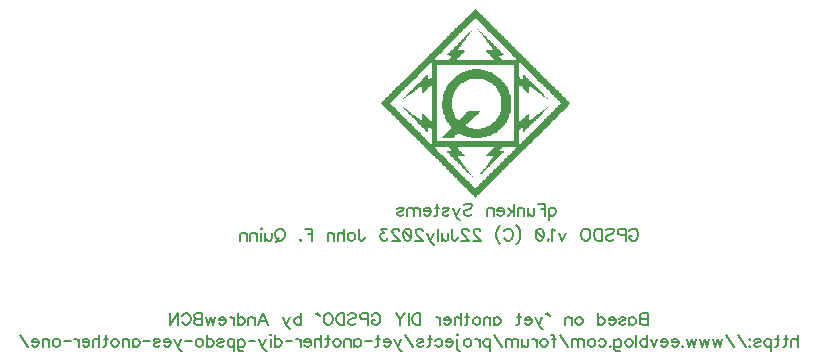
<source format=gbo>
G04 DipTrace 4.3.0.4*
G04 GPSDO_simple.GBO*
%MOIN*%
G04 #@! TF.FileFunction,Legend,Bot*
G04 #@! TF.Part,Single*
%ADD97C,0.006176*%
%FSLAX26Y26*%
G04*
G70*
G90*
G75*
G01*
G04 BotSilk*
%LPD*%
G36*
X2668331Y1442768D2*
Y1407379D1*
X2667223Y1406274D1*
Y1404062D1*
X2666114Y1402956D1*
X2662789Y1401850D1*
X2661681Y1399638D1*
Y1398532D1*
X2659095Y1397427D1*
X2656509D1*
X2653922Y1398532D1*
X2652814Y1399638D1*
Y1410697D1*
X2649489D1*
X2635081Y1396321D1*
X2633972Y1394109D1*
X2630647Y1391897D1*
X2629539Y1389685D1*
X2626214Y1387474D1*
X2625105Y1385262D1*
X2621780Y1383050D1*
X2607372Y1368674D1*
Y1367568D1*
X2605155Y1365356D1*
X2602939Y1364250D1*
Y1362038D1*
X2601830Y1360932D1*
X2598505Y1359827D1*
Y1357615D1*
X2597397Y1356509D1*
X2594072Y1355403D1*
X2579663Y1341027D1*
Y1338815D1*
X2578555Y1337709D1*
X2575230Y1336603D1*
Y1333285D1*
X2570797Y1332179D1*
Y1328862D1*
X2573013D1*
X2574122Y1329968D1*
Y1332179D1*
X2578555Y1333285D1*
X2578770Y1334069D1*
X2579663Y1335497D1*
X2586313Y1338815D1*
Y1339921D1*
X2588530Y1342132D1*
X2591855Y1343238D1*
X2592071Y1344022D1*
X2592963Y1345450D1*
X2596288Y1346556D1*
X2604047Y1352085D1*
X2606264Y1354297D1*
X2610697Y1356509D1*
X2611805Y1358721D1*
X2616239Y1360932D1*
Y1362038D1*
X2618455Y1364250D1*
X2620672Y1365356D1*
X2623997Y1366462D1*
X2625105Y1368674D1*
X2629539Y1370885D1*
Y1373097D1*
X2631386Y1374203D1*
X2633233D1*
X2635081Y1373097D1*
Y1353191D1*
X2636189Y1350979D1*
X2638406D1*
X2643947Y1356509D1*
Y1357615D1*
X2646164Y1359827D1*
X2648381Y1360932D1*
X2648596Y1361716D1*
X2649489Y1363144D1*
X2651706Y1364250D1*
X2653922Y1366462D1*
X2654138Y1367246D1*
X2655031Y1368674D1*
X2657247Y1369779D1*
Y1370885D1*
X2659464Y1373097D1*
X2661681Y1374203D1*
X2663898Y1377521D1*
X2664725Y1378231D1*
X2665300Y1378166D1*
X2666114Y1377521D1*
X2667223Y1374203D1*
X2668331Y1373097D1*
Y1260297D1*
X2667223Y1259191D1*
Y1255874D1*
X2665745Y1254768D1*
X2664267D1*
X2662789Y1255874D1*
Y1256979D1*
X2661681Y1259191D1*
X2658356Y1261403D1*
X2657041Y1262646D1*
X2657247Y1263615D1*
X2653922Y1265826D1*
X2652608Y1267070D1*
X2652814Y1268038D1*
X2649489Y1269144D1*
X2648381Y1270250D1*
Y1272462D1*
X2643947Y1276885D1*
X2639514Y1280203D1*
X2638406Y1281309D1*
X2636189D1*
X2635081Y1280203D1*
X2633972Y1259191D1*
X2632797Y1257990D1*
X2632223Y1258170D1*
X2631756Y1259191D1*
X2628430Y1262509D1*
X2625105Y1263615D1*
X2623791Y1264858D1*
X2623997Y1265826D1*
X2619564Y1268038D1*
X2616239Y1270250D1*
X2614924Y1271493D1*
X2615130Y1272462D1*
X2610697Y1273568D1*
Y1275779D1*
X2607372Y1276885D1*
X2605155Y1277991D1*
X2601830Y1281309D1*
X2598505Y1282415D1*
X2597397Y1283521D1*
Y1285732D1*
X2594072Y1286838D1*
X2591855Y1287944D1*
Y1290156D1*
X2588530Y1291262D1*
X2586313Y1292368D1*
X2582988Y1295685D1*
X2578555Y1296791D1*
Y1300109D1*
X2574122Y1301215D1*
Y1303426D1*
X2573013Y1304532D1*
X2571905D1*
X2570797Y1303426D1*
Y1301215D1*
X2574122Y1300109D1*
X2575230Y1299003D1*
Y1296791D1*
X2577447Y1294579D1*
X2578530Y1293419D1*
X2579444Y1292038D1*
X2579663Y1291262D1*
X2582988Y1290156D1*
X2583881Y1288728D1*
X2584097Y1287944D1*
X2585205Y1286838D1*
X2587422Y1285732D1*
X2588530Y1284626D1*
Y1282415D1*
X2592963Y1277991D1*
X2597397Y1275779D1*
X2598290Y1274352D1*
X2598505Y1273568D1*
X2600722Y1272462D1*
X2601615Y1271034D1*
X2601830Y1270250D1*
X2602939Y1268038D1*
X2606264Y1265826D1*
X2607156Y1264399D1*
X2607372Y1263615D1*
X2610697Y1262509D1*
X2611590Y1261081D1*
X2611805Y1260297D1*
X2612914Y1259191D1*
X2615130Y1258085D1*
X2616239Y1256979D1*
Y1254768D1*
X2620672Y1250344D1*
X2625105Y1247026D1*
X2628430Y1243709D1*
X2629514Y1242549D1*
X2630428Y1241168D1*
X2630647Y1240391D1*
X2633972Y1238179D1*
X2634865Y1236752D1*
X2635081Y1235968D1*
X2638406Y1234862D1*
X2639298Y1233434D1*
X2639514Y1232650D1*
X2640622Y1231544D1*
X2642839Y1230438D1*
X2643947Y1229332D1*
Y1227121D1*
X2648381Y1222697D1*
X2650597Y1221591D1*
X2651706D1*
X2652814Y1222697D1*
Y1233756D1*
X2653922Y1234862D1*
X2656139Y1235968D1*
X2658356D1*
X2660573Y1234862D1*
X2662789Y1232650D1*
Y1231544D1*
X2666114Y1230438D1*
X2667223Y1229332D1*
Y1227121D1*
X2668331Y1226015D1*
Y1185097D1*
X2667223Y1183991D1*
Y1180674D1*
X2665745Y1179568D1*
X2664267D1*
X2662789Y1180674D1*
X2661681Y1181779D1*
Y1183991D1*
X2658356Y1185097D1*
X2657247Y1186203D1*
Y1188415D1*
X2651706Y1193944D1*
X2648381Y1195050D1*
X2647066Y1196293D1*
X2647272Y1197262D1*
X2646164Y1198368D1*
X2643947Y1199474D1*
X2642839Y1200579D1*
Y1202791D1*
X2639514Y1203897D1*
X2638406Y1205003D1*
Y1207215D1*
X2635081Y1208321D1*
X2633766Y1209564D1*
X2633972Y1210532D1*
X2632864Y1211638D1*
X2630647Y1212744D1*
X2629539Y1213850D1*
Y1216062D1*
X2623997Y1221591D1*
X2620672Y1222697D1*
X2619564Y1223803D1*
Y1226015D1*
X2616239Y1227121D1*
X2615130Y1228226D1*
Y1230438D1*
X2611805Y1231544D1*
X2610697Y1232650D1*
Y1234862D1*
X2607372Y1235968D1*
X2606264Y1237074D1*
Y1239285D1*
X2602939Y1240391D1*
X2601830Y1241497D1*
Y1243709D1*
X2596288Y1249238D1*
X2592963Y1250344D1*
X2591855Y1251450D1*
Y1253662D1*
X2588530Y1254768D1*
X2587422Y1255874D1*
Y1258085D1*
X2584097Y1259191D1*
X2582988Y1260297D1*
Y1262509D1*
X2579663Y1263615D1*
X2578555Y1264721D1*
Y1266932D1*
X2575230Y1268038D1*
X2574122Y1269144D1*
Y1271356D1*
X2568580Y1276885D1*
X2565255Y1277991D1*
X2564146Y1279097D1*
Y1281309D1*
X2560821Y1282415D1*
X2559713Y1283521D1*
Y1285732D1*
X2556388Y1286838D1*
X2555280Y1287944D1*
Y1290156D1*
X2551955Y1291262D1*
X2550846Y1292368D1*
Y1294579D1*
X2547521Y1295685D1*
X2546413Y1296791D1*
Y1299003D1*
X2540871Y1304532D1*
X2537546Y1305638D1*
X2536232Y1306881D1*
X2536438Y1307850D1*
X2535329Y1308956D1*
X2533113Y1310062D1*
X2532004Y1311168D1*
Y1313379D1*
X2530896Y1314485D1*
X2528679Y1315591D1*
Y1317803D1*
X2532004Y1318909D1*
X2532559Y1320015D1*
X2533163Y1321022D1*
X2534232Y1322203D1*
X2535329Y1323332D1*
X2537546Y1325544D1*
Y1327756D1*
X2541980Y1328862D1*
Y1331074D1*
X2543088Y1332179D1*
X2546413Y1333285D1*
Y1336603D1*
X2550846Y1337709D1*
Y1341027D1*
X2554171Y1342132D1*
X2565255Y1353191D1*
Y1355403D1*
X2569688Y1356509D1*
Y1359827D1*
X2574122Y1360932D1*
Y1363144D1*
X2575230Y1364250D1*
X2578555Y1365356D1*
Y1368674D1*
X2581880Y1369779D1*
X2592963Y1380838D1*
Y1383050D1*
X2597397Y1384156D1*
Y1387474D1*
X2601830Y1388579D1*
Y1391897D1*
X2606264Y1393003D1*
Y1396321D1*
X2609589Y1397427D1*
X2620672Y1408485D1*
Y1410697D1*
X2625105Y1411803D1*
Y1415121D1*
X2629539Y1416227D1*
Y1418438D1*
X2630647Y1419544D1*
X2633972Y1420650D1*
Y1423968D1*
X2637297Y1425074D1*
X2648381Y1436132D1*
Y1438344D1*
X2652814Y1439450D1*
Y1442768D1*
X2657247Y1443874D1*
Y1446085D1*
X2658356Y1447191D1*
X2661681Y1448297D1*
Y1451615D1*
X2631756D1*
X2626214Y1446085D1*
Y1443874D1*
X2621780Y1442768D1*
Y1440556D1*
X2620672Y1439450D1*
X2617347Y1438344D1*
Y1435027D1*
X2616239Y1433921D1*
X2612914Y1432815D1*
Y1430603D1*
X2611805Y1429497D1*
X2607372Y1428391D1*
Y1425074D1*
X2604047Y1423968D1*
X2598505Y1418438D1*
Y1416227D1*
X2594072Y1415121D1*
Y1412909D1*
X2592963Y1411803D1*
X2589638Y1410697D1*
Y1407379D1*
X2588530Y1406274D1*
X2585205Y1405168D1*
Y1402956D1*
X2584097Y1401850D1*
X2579663Y1400744D1*
Y1398532D1*
X2578555Y1397427D1*
X2576338Y1396321D1*
X2566363Y1386368D1*
X2565999Y1385026D1*
X2565255Y1384156D1*
X2561930Y1383050D1*
Y1379732D1*
X2560821Y1378627D1*
X2557496Y1377521D1*
Y1375309D1*
X2556388Y1374203D1*
X2551955Y1373097D1*
Y1370885D1*
X2550846Y1369779D1*
X2548630Y1368674D1*
X2543088Y1363144D1*
Y1360932D1*
X2538654Y1359827D1*
Y1356509D1*
X2535329Y1355403D1*
X2534221Y1354297D1*
Y1352085D1*
X2533113Y1350979D1*
X2529788Y1349874D1*
Y1347662D1*
X2528679Y1346556D1*
X2525354Y1345450D1*
X2524246Y1344344D1*
X2523882Y1343002D1*
X2523138Y1342132D1*
X2519813Y1341027D1*
Y1337709D1*
X2516488Y1336603D1*
X2515379Y1335497D1*
Y1333285D1*
X2510946Y1332179D1*
Y1328862D1*
X2506512Y1327756D1*
Y1324438D1*
X2505404Y1323332D1*
X2502079Y1322227D1*
Y1320015D1*
X2500971Y1318909D1*
X2497646Y1317803D1*
Y1315591D1*
X2500971Y1314485D1*
X2502079Y1313379D1*
Y1310062D1*
X2505404Y1308956D1*
X2506512Y1307850D1*
Y1305638D1*
X2510946Y1304532D1*
Y1301215D1*
X2515379Y1300109D1*
Y1296791D1*
X2518704Y1295685D1*
X2519813Y1294579D1*
Y1292368D1*
X2523138Y1291262D1*
X2524246Y1290156D1*
Y1287944D1*
X2528679Y1286838D1*
X2529788Y1285732D1*
Y1282415D1*
X2533113Y1281309D1*
X2534221Y1280203D1*
Y1277991D1*
X2537546Y1276885D1*
X2538654Y1275779D1*
Y1273568D1*
X2543088Y1272462D1*
Y1269144D1*
X2547521Y1268038D1*
Y1265826D1*
X2548630Y1264721D1*
X2550846Y1263615D1*
X2551955Y1262509D1*
Y1260297D1*
X2556388Y1259191D1*
X2557496Y1258085D1*
Y1254768D1*
X2561930Y1253662D1*
Y1250344D1*
X2565255Y1249238D1*
X2566363Y1248132D1*
Y1245921D1*
X2570797Y1244815D1*
Y1242603D1*
X2571905Y1241497D1*
X2574122Y1240391D1*
X2575230Y1239285D1*
Y1237074D1*
X2578555Y1235968D1*
X2579663Y1234862D1*
Y1232650D1*
X2584097Y1231544D1*
X2585205Y1230438D1*
Y1228226D1*
X2586313Y1227121D1*
X2588530Y1226015D1*
X2589638Y1224909D1*
Y1222697D1*
X2592963Y1221591D1*
X2593856Y1220163D1*
X2594072Y1219379D1*
X2595180Y1218274D1*
X2598505Y1217168D1*
Y1213850D1*
X2601830Y1212744D1*
X2602939Y1211638D1*
Y1209426D1*
X2606264Y1208321D1*
X2607372Y1207215D1*
Y1205003D1*
X2611805Y1203897D1*
X2612914Y1202791D1*
Y1199474D1*
X2616239Y1198368D1*
X2617347Y1197262D1*
Y1195050D1*
X2620672Y1193944D1*
X2621780Y1192838D1*
Y1190626D1*
X2626214Y1189521D1*
Y1186203D1*
X2629539Y1185097D1*
X2630432Y1183669D1*
X2630647Y1182885D1*
X2631756Y1181779D1*
X2633972Y1180674D1*
X2635081Y1179568D1*
Y1177356D1*
X2639514Y1176250D1*
X2640622Y1175144D1*
Y1171826D1*
X2643947Y1170721D1*
X2676089D1*
X2691976Y1171826D1*
X2707862D1*
X2723748Y1170721D1*
Y1169615D1*
X2727073Y1167403D1*
X2729290Y1166297D1*
X2731507Y1164085D1*
Y1158556D1*
X2718207Y1157450D1*
X2717098Y1156344D1*
Y1155238D1*
X2718207Y1153026D1*
X2721532Y1151921D1*
X2722424Y1150493D1*
X2722640Y1149709D1*
X2723748Y1148603D1*
X2725965Y1147497D1*
X2727073Y1146391D1*
Y1144179D1*
X2731507Y1139756D1*
X2735940Y1137544D1*
X2736833Y1136116D1*
X2737048Y1135332D1*
X2739265Y1134226D1*
X2740158Y1132799D1*
X2740373Y1132015D1*
X2741482Y1129803D1*
X2744807Y1127591D1*
X2745700Y1126163D1*
X2745915Y1125379D1*
X2749240Y1124274D1*
X2750133Y1122846D1*
X2750349Y1122062D1*
X2751457Y1120956D1*
X2753674Y1119850D1*
X2754782Y1118744D1*
Y1116532D1*
X2759215Y1112109D1*
X2763649Y1109897D1*
X2764542Y1108469D1*
X2764757Y1107685D1*
X2766974Y1106579D1*
X2767867Y1105152D1*
X2768082Y1104368D1*
X2769190Y1102156D1*
X2772515Y1099944D1*
X2773408Y1098516D1*
X2773624Y1097732D1*
X2776949Y1096626D1*
X2777842Y1095199D1*
X2778057Y1094415D1*
X2779166Y1093309D1*
X2781382Y1092203D1*
X2782491Y1091097D1*
Y1088885D1*
X2786924Y1084462D1*
X2791357Y1082250D1*
X2792250Y1080822D1*
X2792466Y1080038D1*
X2795791Y1078932D1*
X2796899Y1077826D1*
Y1075615D1*
X2799116Y1074509D1*
Y1077826D1*
X2798007Y1078932D1*
X2795791Y1083356D1*
X2792466Y1084462D1*
X2791357Y1085568D1*
Y1087779D1*
X2786924Y1093309D1*
X2785816Y1096626D1*
X2782491Y1098838D1*
X2781382Y1099944D1*
Y1102156D1*
X2778057Y1103262D1*
Y1106579D1*
X2772515Y1113215D1*
X2771407Y1115426D1*
X2768082Y1116532D1*
Y1119850D1*
X2766974Y1120956D1*
X2764757Y1122062D1*
X2763649Y1123168D1*
Y1125379D1*
X2758107Y1133121D1*
X2756999Y1134226D1*
X2754782Y1135332D1*
Y1138650D1*
X2778057Y1139756D1*
Y1143074D1*
X2773624Y1146391D1*
X2772309Y1147634D1*
X2772515Y1148603D1*
X2769190Y1150815D1*
X2767876Y1152058D1*
X2768082Y1153026D1*
X2764757Y1155238D1*
X2763443Y1156481D1*
X2763649Y1157450D1*
X2760324Y1158556D1*
X2759215Y1159662D1*
Y1161874D1*
X2756999Y1162979D1*
X2754782Y1165191D1*
Y1166297D1*
X2752565Y1168509D1*
X2752781Y1169293D1*
X2753674Y1170721D1*
X2792835Y1171826D1*
X2831997D1*
X2871158Y1170721D1*
X2874483Y1169615D1*
Y1168509D1*
X2872267Y1167403D1*
X2862292Y1157450D1*
X2861183Y1155238D1*
X2857858Y1153026D1*
X2852316Y1147497D1*
Y1145285D1*
X2851208Y1144179D1*
X2847883Y1143074D1*
Y1139756D1*
X2870050Y1138650D1*
X2870943Y1137222D1*
X2871158Y1136438D1*
X2868942Y1134226D1*
X2866725Y1133121D1*
X2865617Y1128697D1*
X2865252Y1127355D1*
X2864508Y1126485D1*
X2862292Y1125379D1*
X2861183Y1124274D1*
Y1122062D1*
X2860075Y1120956D1*
X2856750Y1119850D1*
Y1116532D1*
X2855641Y1115426D1*
X2853425Y1114321D1*
X2851208Y1109897D1*
X2850844Y1108555D1*
X2850100Y1107685D1*
X2847883Y1106579D1*
Y1103262D1*
X2843450Y1101050D1*
Y1098838D1*
X2842341Y1097732D1*
X2840125Y1096626D1*
X2839016Y1095521D1*
X2837908Y1092203D1*
X2833475Y1086674D1*
X2829041Y1082250D1*
Y1080038D1*
X2831258Y1078932D1*
X2833475Y1081144D1*
X2837908Y1084462D1*
X2842341Y1088885D1*
Y1091097D1*
X2843450Y1092203D1*
X2846775Y1093309D1*
Y1094415D1*
X2848991Y1096626D1*
X2851208Y1097732D1*
Y1098838D1*
X2853425Y1101050D1*
X2855641Y1102156D1*
X2856750Y1104368D1*
X2861183Y1107685D1*
Y1108791D1*
X2863400Y1111003D1*
X2865617Y1112109D1*
Y1113215D1*
X2867833Y1115426D1*
X2870050Y1116532D1*
X2871158Y1118744D1*
X2874483Y1120956D1*
Y1122062D1*
X2876700Y1124274D1*
X2878917Y1125379D1*
X2880025Y1126485D1*
X2880241Y1127269D1*
X2881133Y1128697D1*
X2883350Y1129803D1*
X2884458Y1132015D1*
X2888892Y1135332D1*
Y1136438D1*
X2891108Y1138650D1*
X2893325Y1139756D1*
Y1140862D1*
X2895542Y1143074D1*
X2897759Y1144179D1*
Y1146391D1*
X2898867Y1147497D1*
X2902192Y1148603D1*
Y1149709D1*
X2904409Y1151921D1*
X2906625Y1153026D1*
X2907734Y1155238D1*
Y1156344D1*
X2906625Y1157450D1*
X2893325Y1158556D1*
Y1161874D1*
X2895542Y1162979D1*
X2896650Y1165191D1*
X2899975Y1167403D1*
X2902192Y1169615D1*
Y1170721D1*
X2917709Y1171826D1*
X2933226D1*
X2948742Y1170721D1*
Y1167403D1*
X2945417Y1166297D1*
Y1162979D1*
X2940984Y1161874D1*
X2939876Y1160768D1*
Y1158556D1*
X2938767Y1157450D1*
X2935442Y1156344D1*
Y1154132D1*
X2934334Y1153026D1*
X2931009Y1151921D1*
Y1149709D1*
X2929901Y1148603D1*
X2926576Y1147497D1*
Y1144179D1*
X2922142Y1143074D1*
Y1140862D1*
X2921034Y1139756D1*
X2917709Y1138650D1*
Y1136438D1*
X2916600Y1135332D1*
X2913275Y1134226D1*
X2912167Y1133121D1*
Y1129803D1*
X2908842Y1128697D1*
X2907734Y1127591D1*
X2907369Y1126250D1*
X2906625Y1125379D1*
X2903300Y1124274D1*
Y1122062D1*
X2902192Y1120956D1*
X2898867Y1119850D1*
Y1116532D1*
X2895542Y1115426D1*
X2894434Y1114321D1*
X2894069Y1112979D1*
X2893325Y1112109D1*
X2890000Y1111003D1*
Y1108791D1*
X2888892Y1107685D1*
X2885567Y1106579D1*
X2884458Y1105474D1*
Y1103262D1*
X2883350Y1102156D1*
X2881133Y1101050D1*
X2880025Y1099944D1*
X2879661Y1098602D1*
X2878917Y1097732D1*
X2875592Y1096626D1*
Y1094415D1*
X2874483Y1093309D1*
X2871158Y1092203D1*
Y1089991D1*
X2870050Y1088885D1*
X2866725Y1087779D1*
Y1084462D1*
X2862292Y1083356D1*
Y1081144D1*
X2861183Y1080038D1*
X2857858Y1078932D1*
X2856750Y1077826D1*
Y1075615D1*
X2855641Y1074509D1*
X2852316Y1073403D1*
Y1071191D1*
X2851208Y1070085D1*
X2848991Y1068979D1*
X2847883Y1067874D1*
Y1065662D1*
X2843450Y1064556D1*
Y1061238D1*
X2840125Y1060132D1*
X2839016Y1059026D1*
X2838652Y1057685D1*
X2837908Y1056815D1*
X2834583Y1055709D1*
Y1052391D1*
X2830149Y1051285D1*
X2829041Y1050179D1*
Y1047968D1*
X2827933Y1046862D1*
X2824608Y1045756D1*
Y1043544D1*
X2823499Y1042438D1*
X2820174Y1041332D1*
Y1039121D1*
X2819066Y1038015D1*
X2815741Y1036909D1*
Y1034697D1*
X2814633Y1033591D1*
X2813155Y1032485D1*
X2811677D1*
X2810199Y1033591D1*
X2809091Y1034697D1*
Y1036909D1*
X2805766Y1038015D1*
X2804658Y1039121D1*
Y1041332D1*
X2801332Y1042438D1*
X2800224Y1043544D1*
Y1045756D1*
X2796899Y1046862D1*
X2795791Y1047968D1*
Y1050179D1*
X2790249Y1055709D1*
X2786924Y1056815D1*
X2785816Y1057921D1*
Y1060132D1*
X2782491Y1061238D1*
X2781382Y1062344D1*
Y1064556D1*
X2778057Y1065662D1*
X2776949Y1066768D1*
Y1068979D1*
X2773624Y1070085D1*
X2772515Y1071191D1*
Y1073403D1*
X2769190Y1074509D1*
X2768082Y1075615D1*
Y1077826D1*
X2762540Y1083356D1*
X2759215Y1084462D1*
X2757901Y1085705D1*
X2758107Y1086674D1*
X2756999Y1087779D1*
X2754782Y1088885D1*
X2753674Y1089991D1*
Y1092203D1*
X2750349Y1093309D1*
X2749240Y1094415D1*
Y1096626D1*
X2745915Y1097732D1*
X2744807Y1098838D1*
Y1101050D1*
X2741482Y1102156D1*
X2740373Y1103262D1*
Y1105474D1*
X2734832Y1111003D1*
X2731507Y1112109D1*
X2730398Y1113215D1*
Y1115426D1*
X2727073Y1116532D1*
X2725965Y1117638D1*
Y1119850D1*
X2722640Y1120956D1*
X2721532Y1122062D1*
Y1124274D1*
X2718207Y1125379D1*
X2717098Y1126485D1*
Y1128697D1*
X2713773Y1129803D1*
X2712665Y1130909D1*
Y1133121D1*
X2707123Y1138650D1*
X2703798Y1139756D1*
X2702690Y1140862D1*
Y1143074D1*
X2699365Y1144179D1*
X2698256Y1145285D1*
Y1147497D1*
X2694931Y1148603D1*
X2693823Y1149709D1*
Y1151921D1*
X2690498Y1153026D1*
X2689183Y1154270D1*
X2689390Y1155238D1*
X2688281Y1156344D1*
X2686064Y1157450D1*
X2684956Y1158556D1*
Y1160768D1*
X2679414Y1166297D1*
X2676089Y1167403D1*
Y1170721D1*
X2643947D1*
X2645056Y1167403D1*
X2648381Y1166297D1*
X2649489Y1165191D1*
Y1162979D1*
X2653922Y1161874D1*
Y1158556D1*
X2657247Y1157450D1*
X2658356Y1156344D1*
Y1154132D1*
X2661681Y1153026D1*
X2662789Y1151921D1*
Y1149709D1*
X2667223Y1148603D1*
X2668331Y1147497D1*
Y1144179D1*
X2671656Y1143074D1*
X2672549Y1141646D1*
X2672764Y1140862D1*
X2673873Y1139756D1*
X2676089Y1138650D1*
X2676982Y1137222D1*
X2677198Y1136438D1*
X2678306Y1135332D1*
X2681631Y1134226D1*
Y1130909D1*
X2684956Y1129803D1*
X2686064Y1128697D1*
Y1126485D1*
X2689390Y1125379D1*
X2690498Y1124274D1*
Y1122062D1*
X2694931Y1120956D1*
X2696040Y1119850D1*
Y1116532D1*
X2699365Y1115426D1*
X2700258Y1113999D1*
X2700473Y1113215D1*
X2701581Y1112109D1*
X2703798Y1111003D1*
X2704906Y1109897D1*
Y1107685D1*
X2709340Y1106579D1*
Y1103262D1*
X2712665Y1102156D1*
X2713773Y1101050D1*
Y1098838D1*
X2717098Y1097732D1*
X2718207Y1096626D1*
Y1094415D1*
X2722640Y1093309D1*
X2723748Y1092203D1*
Y1088885D1*
X2727073Y1087779D1*
X2728182Y1086674D1*
Y1084462D1*
X2732615Y1083356D1*
Y1080038D1*
X2737048Y1078932D1*
Y1076721D1*
X2738157Y1075615D1*
X2740373Y1074509D1*
X2741482Y1073403D1*
Y1071191D1*
X2744807Y1070085D1*
X2745915Y1068979D1*
Y1066768D1*
X2750349Y1065662D1*
X2751457Y1064556D1*
Y1061238D1*
X2754782Y1060132D1*
X2755890Y1059026D1*
Y1056815D1*
X2759215Y1055709D1*
X2760324Y1054603D1*
Y1052391D1*
X2764757Y1051285D1*
Y1047968D1*
X2769190Y1046862D1*
Y1044650D1*
X2770299Y1043544D1*
X2772515Y1042438D1*
X2773624Y1041332D1*
Y1039121D1*
X2778057Y1038015D1*
X2779166Y1036909D1*
Y1033591D1*
X2783599Y1032485D1*
Y1029168D1*
X2786924Y1028062D1*
X2787817Y1026634D1*
X2788032Y1025850D1*
X2793574Y1020321D1*
X2795791Y1019215D1*
X2796899Y1018109D1*
Y1015897D1*
X2800224Y1014791D1*
X2801332Y1013685D1*
Y1011474D1*
X2805766Y1010368D1*
X2806874Y1009262D1*
Y1007050D1*
X2807983Y1005944D1*
X2810199Y1004838D1*
X2811308Y1003732D1*
Y1001521D1*
X2813524D1*
Y1003732D1*
X2814633Y1004838D1*
X2819066Y1005944D1*
Y1009262D1*
X2822391Y1010368D1*
X2841233Y1029168D1*
X2842341Y1031379D1*
X2846775Y1033591D1*
Y1036909D1*
X2851208Y1039121D1*
X2864508Y1052391D1*
X2865617Y1054603D1*
X2868942Y1056815D1*
X2870050Y1059026D1*
X2874483Y1061238D1*
Y1064556D1*
X2878917Y1066768D1*
X2896650Y1084462D1*
X2897759Y1086674D1*
X2902192Y1088885D1*
Y1092203D1*
X2905517Y1093309D1*
X2925467Y1113215D1*
Y1115426D1*
X2929901Y1116532D1*
Y1119850D1*
X2934334Y1122062D1*
X2953176Y1140862D1*
Y1143074D1*
X2957609Y1144179D1*
Y1147497D1*
X2962043Y1149709D1*
X2975343Y1162979D1*
X2976451Y1165191D1*
X2979776Y1167403D1*
X2980885Y1169615D1*
X2985318Y1171826D1*
Y1175144D1*
X2988643Y1176250D1*
X2994185Y1181779D1*
X2963151D1*
X2961304Y1180674D1*
X2959457D1*
X2957609Y1181779D1*
Y1226015D1*
X2960934Y1227121D1*
X2962043Y1230438D1*
X2966476Y1233756D1*
Y1234862D1*
X2968323Y1235968D1*
X2970170D1*
X2972018Y1234862D1*
Y1222697D1*
X2973126Y1221591D1*
X2974234D1*
X2976451Y1222697D1*
Y1223803D1*
X2978668Y1226015D1*
X2980885Y1227121D1*
Y1229332D1*
X2981993Y1230438D1*
X2985318Y1231544D1*
Y1232650D1*
X2987535Y1234862D1*
X2989751Y1235968D1*
Y1237074D1*
X2991968Y1239285D1*
X2994185Y1240391D1*
X2995293Y1242603D1*
X2999726Y1245921D1*
Y1247026D1*
X3001943Y1249238D1*
X3004160Y1250344D1*
Y1251450D1*
X3006376Y1253662D1*
X3008593Y1254768D1*
Y1256979D1*
X3009702Y1258085D1*
X3013027Y1259191D1*
Y1260297D1*
X3015243Y1262509D1*
X3017460Y1263615D1*
Y1264721D1*
X3019677Y1266932D1*
X3021893Y1268038D1*
X3023002Y1270250D1*
X3027435Y1273568D1*
Y1274674D1*
X3029652Y1276885D1*
X3031868Y1277991D1*
X3036302Y1282415D1*
Y1284626D1*
X3037410Y1285732D1*
X3040735Y1286838D1*
X3041844Y1289050D1*
X3045169Y1291262D1*
X3045723Y1292368D1*
X3046327Y1293375D1*
X3047396Y1294556D1*
X3048494Y1295685D1*
X3050710Y1297897D1*
X3049602Y1300109D1*
X3047385D1*
X3040735Y1293474D1*
X3034085Y1290156D1*
X3032977Y1289050D1*
X3032612Y1287708D1*
X3031868Y1286838D1*
X3028543Y1285732D1*
X3027435Y1284626D1*
Y1282415D1*
X3023002Y1281309D1*
X3022637Y1279967D1*
X3021893Y1279097D1*
X3015243Y1275779D1*
X3014879Y1274438D1*
X3014135Y1273568D1*
X3009702Y1272462D1*
Y1270250D1*
X3008593Y1269144D1*
X3004160Y1266932D1*
X3003795Y1265591D1*
X3003051Y1264721D1*
X3000835Y1263615D1*
X2997510Y1262509D1*
X2995293Y1260297D1*
Y1259191D1*
X2993815Y1258085D1*
X2992337D1*
X2990860Y1259191D1*
X2989751Y1260297D1*
Y1281309D1*
X2986426D1*
Y1279097D1*
X2985318Y1277991D1*
X2981993Y1276885D1*
X2976451Y1271356D1*
X2974234Y1268038D1*
X2972018Y1265826D1*
X2968693Y1263615D1*
X2962043Y1256979D1*
X2961639Y1255620D1*
X2960460Y1254678D1*
X2959456Y1254853D1*
X2958348Y1256146D1*
X2958718Y1256979D1*
X2957609Y1258085D1*
Y1374203D1*
X2959826Y1375309D1*
X2960654Y1376019D1*
X2961228Y1375954D1*
X2962030Y1375276D1*
X2963151Y1374203D1*
X2966476Y1371991D1*
X2967369Y1370563D1*
X2967584Y1369779D1*
X2970909Y1368674D1*
X2972018Y1367568D1*
Y1365356D1*
X2980885Y1356509D1*
X2985318Y1353191D1*
X2986211Y1351763D1*
X2986426Y1350979D1*
X2989751D1*
Y1373097D1*
X2991599Y1374203D1*
X2993446D1*
X2995293Y1373097D1*
Y1370885D1*
X2999726Y1369779D1*
X3001943Y1367568D1*
Y1366462D1*
X3004160Y1365356D1*
X3007485Y1364250D1*
X3008378Y1362822D1*
X3008593Y1362038D1*
X3009702Y1360932D1*
X3014135Y1359827D1*
Y1357615D1*
X3016352Y1356509D1*
X3019677Y1354297D1*
X3023002Y1350979D1*
X3027435Y1349874D1*
Y1347662D1*
X3030760Y1346556D1*
X3032977Y1345450D1*
Y1343238D1*
X3038519Y1339921D1*
X3041844Y1337709D1*
X3045169Y1336603D1*
X3046277Y1335497D1*
Y1333285D1*
X3049602D1*
Y1336603D1*
X3045169Y1337709D1*
Y1341027D1*
X3041844Y1344344D1*
X3040735Y1346556D1*
X3037410Y1347662D1*
X3036096Y1348905D1*
X3036302Y1349874D1*
X3035193Y1350979D1*
X3032977Y1352085D1*
X3031868Y1353191D1*
Y1355403D1*
X3027435Y1359827D1*
X3023002Y1362038D1*
X3021687Y1363282D1*
X3021893Y1364250D1*
X3019677Y1365356D1*
X3018362Y1366599D1*
X3018568Y1367568D1*
X3017460Y1369779D1*
X3014135Y1371991D1*
X3012821Y1373234D1*
X3013027Y1374203D1*
X3009702Y1375309D1*
X3008387Y1376552D1*
X3008593Y1377521D1*
X3007485Y1378627D1*
X3005268Y1379732D1*
X3004160Y1380838D1*
Y1383050D1*
X2999726Y1387474D1*
X2995293Y1389685D1*
X2993979Y1390929D1*
X2994185Y1391897D1*
X2991968Y1393003D1*
X2990654Y1394246D1*
X2990860Y1395215D1*
X2989751Y1397427D1*
X2986426Y1399638D1*
X2985112Y1400882D1*
X2985318Y1401850D1*
X2981993Y1402956D1*
X2980678Y1404199D1*
X2980885Y1405168D1*
X2979776Y1406274D1*
X2977559Y1407379D1*
X2976451Y1408485D1*
Y1410697D1*
X2974234Y1411803D1*
X2972018Y1410697D1*
X2970909Y1397427D1*
X2969734Y1396225D1*
X2969160Y1396405D1*
X2968693Y1397427D1*
X2964259Y1398532D1*
X2962043Y1400744D1*
Y1401850D1*
X2960934Y1404062D1*
X2959826Y1405168D1*
X2957609Y1406274D1*
Y1450509D1*
X2958718Y1451615D1*
X2960195Y1452721D1*
X2961673D1*
X2963151Y1451615D1*
Y1449403D1*
X2968693Y1443874D1*
X2972018Y1442768D1*
X2973126Y1441662D1*
Y1439450D1*
X2976451Y1438344D1*
X2977559Y1437238D1*
Y1435027D1*
X2980885Y1433921D1*
X2981993Y1432815D1*
Y1430603D1*
X2985318Y1429497D1*
X2986426Y1428391D1*
Y1426179D1*
X2989751Y1425074D1*
X2990860Y1423968D1*
Y1421756D1*
X2996401Y1416227D1*
X2999726Y1415121D1*
X3000835Y1414015D1*
Y1411803D1*
X3004160Y1410697D1*
X3005268Y1409591D1*
Y1407379D1*
X3008593Y1406274D1*
X3009702Y1405168D1*
Y1402956D1*
X3013027Y1401850D1*
X3014135Y1400744D1*
Y1398532D1*
X3017460Y1397427D1*
X3018568Y1396321D1*
Y1394109D1*
X3024110Y1388579D1*
X3027435Y1387474D1*
X3028543Y1386368D1*
Y1384156D1*
X3031868Y1383050D1*
X3032977Y1381944D1*
Y1379732D1*
X3036302Y1378627D1*
X3037410Y1377521D1*
Y1375309D1*
X3040735Y1374203D1*
X3041844Y1373097D1*
Y1370885D1*
X3045169Y1369779D1*
X3046277Y1368674D1*
Y1366462D1*
X3051819Y1360932D1*
X3056252Y1359827D1*
Y1356509D1*
X3059577Y1355403D1*
X3060685Y1354297D1*
Y1352085D1*
X3064010Y1350979D1*
X3065119Y1349874D1*
Y1347662D1*
X3068444Y1346556D1*
X3069337Y1345128D1*
X3069552Y1344344D1*
X3070661Y1343238D1*
X3072877Y1342132D1*
X3073986Y1341027D1*
Y1338815D1*
X3079527Y1333285D1*
X3082852Y1332179D1*
X3083961Y1331074D1*
Y1328862D1*
X3087286Y1327756D1*
X3088394Y1326650D1*
Y1324438D1*
X3091719Y1323332D1*
X3092827Y1322227D1*
Y1320015D1*
X3097261Y1317803D1*
Y1315591D1*
X3096153Y1314485D1*
X3092827Y1313379D1*
Y1311168D1*
X3091719Y1310062D1*
X3088394Y1308956D1*
Y1305638D1*
X3083961Y1304532D1*
Y1302321D1*
X3082852Y1301215D1*
X3079527Y1300109D1*
X3078419Y1299003D1*
Y1296791D1*
X3077311Y1295685D1*
X3073986Y1294579D1*
Y1292368D1*
X3072877Y1291262D1*
X3070661Y1290156D1*
X3069552Y1289050D1*
Y1286838D1*
X3065119Y1285732D1*
Y1282415D1*
X3061794Y1281309D1*
X3060685Y1280203D1*
X3060321Y1278861D1*
X3059577Y1277991D1*
X3056252Y1276885D1*
Y1273568D1*
X3051819Y1272462D1*
X3050710Y1271356D1*
Y1269144D1*
X3049602Y1268038D1*
X3046277Y1266932D1*
Y1264721D1*
X3045169Y1263615D1*
X3041844Y1262509D1*
Y1260297D1*
X3040735Y1259191D1*
X3037410Y1258085D1*
Y1255874D1*
X3036302Y1254768D1*
X3034085Y1253662D1*
X3028543Y1248132D1*
X3028179Y1246791D1*
X3027435Y1245921D1*
X3024110Y1244815D1*
X3023002Y1243709D1*
Y1241497D1*
X3021893Y1240391D1*
X3019677Y1239285D1*
X3018568Y1238179D1*
Y1235968D1*
X3014135Y1234862D1*
Y1232650D1*
X3013027Y1231544D1*
X3009702Y1230438D1*
Y1228226D1*
X3008593Y1227121D1*
X3006376Y1226015D1*
X3005268Y1224909D1*
Y1222697D1*
X3000835Y1221591D1*
Y1219379D1*
X2999726Y1218274D1*
X2996401Y1217168D1*
X2995293Y1216062D1*
Y1212744D1*
X2990860Y1211638D1*
Y1208321D1*
X2987535Y1207215D1*
X2986426Y1206109D1*
Y1203897D1*
X2981993Y1202791D1*
Y1199474D1*
X2978668Y1198368D1*
X2977559Y1197262D1*
X2977195Y1195920D1*
X2976451Y1195050D1*
X2973126Y1193944D1*
Y1190626D1*
X2968693Y1189521D1*
X2967584Y1188415D1*
Y1186203D1*
X2966476Y1185097D1*
X2963151Y1183991D1*
Y1181779D1*
X2994185D1*
X3003051Y1190626D1*
X3004160Y1192838D1*
X3007485Y1195050D1*
X3008593Y1197262D1*
X3013027Y1199474D1*
Y1202791D1*
X3017460Y1205003D1*
X3036302Y1223803D1*
Y1226015D1*
X3040735Y1227121D1*
Y1230438D1*
X3044060Y1231544D1*
X3062902Y1250344D1*
X3064010Y1252556D1*
X3068444Y1254768D1*
Y1258085D1*
X3072877Y1260297D1*
X3086177Y1273568D1*
X3087286Y1275779D1*
X3090611Y1277991D1*
X3091719Y1280203D1*
X3096153Y1282415D1*
Y1285732D1*
X3100586Y1287944D1*
X3119428Y1306744D1*
Y1308956D1*
X3123861Y1310062D1*
Y1313379D1*
X3124970Y1314485D1*
X3128295Y1315591D1*
Y1317803D1*
X3124970Y1318909D1*
X3123861Y1320015D1*
Y1322227D1*
X3119428Y1323332D1*
X3118319Y1324438D1*
Y1327756D1*
X3114994Y1328862D1*
X3113886Y1329968D1*
Y1332179D1*
X3110561Y1333285D1*
X3109453Y1334391D1*
Y1336603D1*
X3105019Y1337709D1*
Y1341027D1*
X3101694Y1342132D1*
X3100380Y1343376D1*
X3100586Y1344344D1*
X3099478Y1345450D1*
X3097261Y1346556D1*
X3096153Y1347662D1*
Y1349874D1*
X3091719Y1350979D1*
X3090611Y1352085D1*
Y1355403D1*
X3087286Y1356509D1*
X3085971Y1357752D1*
X3086177Y1358721D1*
X3085069Y1359827D1*
X3081744Y1360932D1*
Y1364250D1*
X3077311Y1365356D1*
Y1367568D1*
X3076202Y1368674D1*
X3073986Y1369779D1*
X3072877Y1370885D1*
Y1373097D1*
X3069552Y1374203D1*
X3068444Y1375309D1*
Y1377521D1*
X3064010Y1378627D1*
X3062902Y1379732D1*
Y1383050D1*
X3059577Y1384156D1*
X3058469Y1385262D1*
Y1387474D1*
X3055144Y1388579D1*
X3054035Y1389685D1*
Y1391897D1*
X3049602Y1393003D1*
Y1396321D1*
X3046277Y1397427D1*
X3045169Y1398532D1*
Y1400744D1*
X3041844Y1401850D1*
X3040735Y1402956D1*
Y1405168D1*
X3036302Y1406274D1*
X3035193Y1407379D1*
Y1410697D1*
X3031868Y1411803D1*
X3030760Y1412909D1*
Y1415121D1*
X3027435Y1416227D1*
X3026327Y1417332D1*
Y1419544D1*
X3021893Y1420650D1*
Y1423968D1*
X3018568Y1425074D1*
X3017460Y1426179D1*
Y1428391D1*
X3014135Y1429497D1*
X3013027Y1430603D1*
Y1432815D1*
X3008593Y1433921D1*
X3007485Y1435027D1*
Y1438344D1*
X3004160Y1439450D1*
X3003051Y1440556D1*
Y1442768D1*
X2999726Y1443874D1*
X2998618Y1444979D1*
Y1447191D1*
X2994185Y1448297D1*
Y1451615D1*
X2990860Y1452721D1*
X2989751Y1453827D1*
Y1456038D1*
X2986426Y1457144D1*
X2985318Y1458250D1*
Y1460462D1*
X2980885Y1461568D1*
X2979776Y1462674D1*
Y1465991D1*
X2976451Y1467097D1*
X2975343Y1468203D1*
Y1470415D1*
X2972018Y1471521D1*
X2970909Y1472627D1*
Y1474838D1*
X2966476Y1475944D1*
Y1479262D1*
X2963151Y1480368D1*
X2961837Y1481611D1*
X2962043Y1482579D1*
X2960934Y1483685D1*
X2958718Y1484791D1*
X2957609Y1485897D1*
Y1488109D1*
X2953176Y1489215D1*
X2952068Y1490321D1*
Y1493638D1*
X2948742Y1494744D1*
X2947634Y1495850D1*
Y1498062D1*
X2944309Y1499168D1*
X2943201Y1500274D1*
Y1502485D1*
X2938767Y1503591D1*
Y1506909D1*
X2935442Y1508015D1*
X2934334Y1509121D1*
Y1511332D1*
X2931009Y1512438D1*
X2929901Y1513544D1*
Y1515756D1*
X2925467Y1516862D1*
X2924359Y1517968D1*
Y1521285D1*
X2921034Y1522391D1*
X2919925Y1523497D1*
Y1525709D1*
X2916600Y1526815D1*
X2915492Y1527921D1*
Y1530132D1*
X2911059Y1531238D1*
Y1534556D1*
X2907734Y1535662D1*
X2906625Y1536768D1*
Y1538979D1*
X2903300Y1540085D1*
X2902192Y1541191D1*
Y1543403D1*
X2897759Y1544509D1*
X2896650Y1545615D1*
Y1548932D1*
X2893325Y1550038D1*
X2892217Y1551144D1*
Y1553356D1*
X2888892Y1554462D1*
X2887783Y1555568D1*
Y1557779D1*
X2883350Y1558885D1*
Y1562203D1*
X2880025Y1563309D1*
X2878917Y1564415D1*
Y1566627D1*
X2875592Y1567732D1*
X2874483Y1568838D1*
Y1571050D1*
X2870050Y1572156D1*
X2868942Y1573262D1*
Y1576579D1*
X2865617Y1577685D1*
X2864302Y1578929D1*
X2864508Y1579897D1*
X2863400Y1581003D1*
X2860075Y1582109D1*
Y1585427D1*
X2855641Y1586532D1*
Y1588744D1*
X2854533Y1589850D1*
X2852316Y1590956D1*
X2851208Y1592062D1*
Y1594274D1*
X2847883Y1595379D1*
X2846775Y1596485D1*
Y1598697D1*
X2842341Y1599803D1*
X2841233Y1600909D1*
Y1604227D1*
X2837908Y1605332D1*
X2836800Y1606438D1*
Y1608650D1*
X2833475Y1609756D1*
X2832366Y1610862D1*
Y1613074D1*
X2827933Y1614179D1*
Y1617497D1*
X2824608Y1618603D1*
X2823499Y1619709D1*
Y1621921D1*
X2820174Y1623027D1*
X2819066Y1624132D1*
Y1626344D1*
X2814633Y1627450D1*
X2813524Y1628556D1*
Y1630768D1*
X2811308D1*
Y1628556D1*
X2810199Y1627450D1*
X2806874Y1626344D1*
Y1624132D1*
X2805766Y1623027D1*
X2801332Y1621921D1*
Y1619709D1*
X2800224Y1618603D1*
X2798007Y1617497D1*
X2788032Y1607544D1*
X2787668Y1606203D1*
X2786924Y1605332D1*
X2783599Y1604227D1*
Y1600909D1*
X2782491Y1599803D1*
X2779166Y1598697D1*
X2810199D1*
X2811677Y1599803D1*
X2813155D1*
X2814633Y1598697D1*
Y1597591D1*
X2815741Y1596485D1*
X2819066Y1595379D1*
X2820174Y1594274D1*
Y1592062D1*
X2823499Y1590956D1*
X2824608Y1589850D1*
Y1587638D1*
X2830149Y1582109D1*
X2834583Y1581003D1*
Y1577685D1*
X2837908Y1576579D1*
X2839016Y1575474D1*
Y1573262D1*
X2842341Y1572156D1*
X2843450Y1571050D1*
Y1568838D1*
X2846775Y1567732D1*
X2847668Y1566305D1*
X2847883Y1565521D1*
X2848991Y1564415D1*
X2851208Y1563309D1*
X2852316Y1562203D1*
Y1559991D1*
X2857858Y1554462D1*
X2861183Y1553356D1*
X2862292Y1552250D1*
Y1550038D1*
X2865617Y1548932D1*
X2866725Y1547827D1*
Y1545615D1*
X2870050Y1544509D1*
X2871158Y1543403D1*
Y1541191D1*
X2874483Y1540085D1*
X2875592Y1538979D1*
Y1536768D1*
X2878917Y1535662D1*
X2880025Y1534556D1*
Y1532344D1*
X2885567Y1526815D1*
X2888892Y1525709D1*
X2890000Y1524603D1*
Y1522391D1*
X2893325Y1521285D1*
X2894434Y1520179D1*
Y1517968D1*
X2897759Y1516862D1*
X2898867Y1515756D1*
Y1513544D1*
X2902192Y1512438D1*
X2903085Y1511010D1*
X2903300Y1510227D1*
X2904409Y1509121D1*
X2906625Y1508015D1*
X2907734Y1506909D1*
Y1504697D1*
X2913275Y1499168D1*
X2916600Y1498062D1*
X2917709Y1496956D1*
Y1494744D1*
X2921034Y1493638D1*
X2922142Y1492532D1*
Y1490321D1*
X2925467Y1489215D1*
X2926576Y1488109D1*
Y1485897D1*
X2929901Y1484791D1*
X2931009Y1483685D1*
Y1481474D1*
X2934334Y1480368D1*
X2935442Y1479262D1*
Y1477050D1*
X2940984Y1471521D1*
X2944309Y1470415D1*
X2945417Y1469309D1*
Y1467097D1*
X2948742Y1465991D1*
X2949851Y1464885D1*
Y1462674D1*
X2945417Y1461568D1*
X2931378Y1460462D1*
X2917339D1*
X2903300Y1461568D1*
X2898867Y1462674D1*
X2897759Y1463779D1*
Y1465991D1*
X2895542Y1467097D1*
X2893325Y1469309D1*
Y1471521D1*
X2892217Y1472627D1*
X2894434Y1474838D1*
X2906625Y1475944D1*
X2907734Y1477050D1*
Y1478156D1*
X2906625Y1480368D1*
X2903300Y1482579D1*
X2901986Y1483823D1*
X2902192Y1484791D1*
X2898867Y1485897D1*
X2897553Y1487140D1*
X2897759Y1488109D1*
X2896650Y1489215D1*
X2894434Y1490321D1*
X2893325Y1491427D1*
Y1493638D1*
X2888892Y1498062D1*
X2884458Y1500274D1*
X2883144Y1501517D1*
X2883350Y1502485D1*
X2881133Y1503591D1*
X2879819Y1504834D1*
X2880025Y1505803D1*
X2878917Y1508015D1*
X2875592Y1510227D1*
X2874277Y1511470D1*
X2874483Y1512438D1*
X2871158Y1513544D1*
X2869844Y1514787D1*
X2870050Y1515756D1*
X2868942Y1516862D1*
X2866725Y1517968D1*
X2865617Y1519074D1*
Y1521285D1*
X2861183Y1525709D1*
X2856750Y1527921D1*
X2855435Y1529164D1*
X2855641Y1530132D1*
X2853425Y1531238D1*
X2852110Y1532482D1*
X2852316Y1533450D1*
X2851208Y1535662D1*
X2847883Y1537874D1*
X2846569Y1539117D1*
X2846775Y1540085D1*
X2843450Y1541191D1*
X2842135Y1542434D1*
X2842341Y1543403D1*
X2841233Y1544509D1*
X2839016Y1545615D1*
X2837908Y1546721D1*
Y1548932D1*
X2833475Y1552250D1*
X2832366Y1553356D1*
X2829041Y1554462D1*
X2827933Y1555568D1*
Y1557779D1*
X2825716D1*
Y1555568D1*
X2826824Y1554462D1*
X2829041Y1550038D1*
X2833475Y1548932D1*
Y1545615D1*
X2837908Y1540085D1*
X2839016Y1536768D1*
X2842341Y1535662D1*
X2843450Y1534556D1*
Y1531238D1*
X2846775Y1530132D1*
X2847883Y1529027D1*
Y1526815D1*
X2852316Y1519074D1*
X2853425Y1517968D1*
X2855641Y1516862D1*
X2856750Y1515756D1*
Y1513544D1*
X2863400Y1506909D1*
Y1505803D1*
X2866725Y1500274D1*
X2867833Y1499168D1*
X2870050Y1498062D1*
X2870888Y1496574D1*
X2870778Y1495578D1*
X2870050Y1494744D1*
X2848991Y1493638D1*
X2847883Y1492532D1*
Y1490321D1*
X2850100Y1488109D1*
X2851183Y1486949D1*
X2852097Y1485568D1*
X2852316Y1484791D1*
X2855641Y1482579D1*
X2856534Y1481152D1*
X2856750Y1480368D1*
X2860075Y1479262D1*
X2861183Y1478156D1*
Y1475944D1*
X2870050Y1467097D1*
X2874483Y1464885D1*
Y1462674D1*
X2870050Y1461568D1*
X2831627Y1460462D1*
X2793205D1*
X2754782Y1461568D1*
X2751457Y1462674D1*
X2750349Y1463779D1*
X2752565Y1465991D1*
X2754782Y1467097D1*
Y1468203D1*
X2756999Y1470415D1*
X2759215Y1471521D1*
X2759431Y1472305D1*
X2760324Y1473732D1*
X2762540Y1474838D1*
X2764757Y1477050D1*
X2764973Y1477834D1*
X2765865Y1479262D1*
X2768082Y1480368D1*
Y1481474D1*
X2770299Y1483685D1*
X2772515Y1484791D1*
X2776949Y1489215D1*
X2778057Y1491427D1*
X2775841Y1493638D1*
X2754782Y1494744D1*
Y1498062D1*
X2758107Y1499168D1*
Y1502485D1*
X2762540Y1504697D1*
X2763649Y1508015D1*
Y1509121D1*
X2765865Y1511332D1*
X2768082Y1512438D1*
Y1515756D1*
X2772515Y1517968D1*
Y1521285D1*
X2773624Y1522391D1*
X2775841Y1523497D1*
X2776949Y1524603D1*
X2778057Y1526815D1*
X2780274Y1530132D1*
X2781382Y1531238D1*
X2782491Y1533450D1*
X2782706Y1534234D1*
X2783599Y1535662D1*
X2785816Y1536768D1*
Y1538979D1*
X2788032Y1541191D1*
X2790249Y1542297D1*
X2791357Y1544509D1*
Y1546721D1*
X2793574Y1548932D1*
X2795791Y1550038D1*
Y1553356D1*
X2799116Y1554462D1*
X2800224Y1555568D1*
Y1556674D1*
X2799116Y1557779D1*
X2798007D1*
X2796899Y1556674D1*
Y1554462D1*
X2792466Y1553356D1*
Y1550038D1*
X2788032Y1548932D1*
X2783599Y1544509D1*
X2782491Y1542297D1*
X2778057Y1538979D1*
X2773624Y1534556D1*
Y1532344D1*
X2772515Y1531238D1*
X2769190Y1530132D1*
Y1527921D1*
X2768082Y1526815D1*
X2764757Y1525709D1*
Y1523497D1*
X2763649Y1522391D1*
X2760324Y1521285D1*
X2755890Y1516862D1*
X2755336Y1515756D1*
X2754683Y1514600D1*
X2753666Y1513541D1*
X2750349Y1510227D1*
X2747024Y1508015D1*
X2745915Y1506909D1*
Y1503591D1*
X2741482Y1502485D1*
Y1500274D1*
X2740373Y1499168D1*
X2737048Y1498062D1*
Y1495850D1*
X2735940Y1494744D1*
X2732615Y1493638D1*
X2731507Y1492532D1*
X2729290Y1489215D1*
X2727073Y1487003D1*
X2722640Y1483685D1*
X2718207Y1479262D1*
Y1475944D1*
X2730398Y1474838D1*
X2731507Y1473732D1*
Y1468203D1*
X2727073Y1465991D1*
Y1463779D1*
X2725965Y1462674D1*
X2722640Y1461568D1*
X2708601Y1460462D1*
X2694562D1*
X2680523Y1461568D1*
X2676089Y1462674D1*
Y1465991D1*
X2680523Y1467097D1*
Y1470415D1*
X2684956Y1471521D1*
Y1474838D1*
X2689390Y1475944D1*
Y1479262D1*
X2692715Y1480368D1*
X2703798Y1491427D1*
Y1493638D1*
X2708231Y1494744D1*
Y1498062D1*
X2712665Y1499168D1*
Y1502485D1*
X2717098Y1503591D1*
Y1506909D1*
X2720423Y1508015D1*
X2731507Y1519074D1*
Y1521285D1*
X2735940Y1522391D1*
Y1524603D1*
X2737048Y1525709D1*
X2740373Y1526815D1*
Y1530132D1*
X2744807Y1531238D1*
Y1534556D1*
X2748132Y1535662D1*
X2759215Y1546721D1*
Y1548932D1*
X2763649Y1550038D1*
Y1552250D1*
X2764757Y1553356D1*
X2768082Y1554462D1*
Y1557779D1*
X2772515Y1558885D1*
Y1562203D1*
X2775841Y1563309D1*
X2786924Y1574368D1*
Y1576579D1*
X2791357Y1577685D1*
Y1581003D1*
X2795791Y1582109D1*
Y1584321D1*
X2796899Y1585427D1*
X2800224Y1586532D1*
Y1589850D1*
X2803549Y1590956D1*
X2805766Y1593168D1*
X2810199Y1596485D1*
Y1598697D1*
X2779166D1*
Y1596485D1*
X2778057Y1595379D1*
X2774732Y1594274D1*
X2773624Y1593168D1*
X2773260Y1591826D1*
X2772515Y1590956D1*
X2770299Y1589850D1*
X2764757Y1584321D1*
Y1582109D1*
X2760324Y1581003D1*
Y1577685D1*
X2756999Y1576579D1*
X2755890Y1575474D1*
Y1573262D1*
X2754782Y1572156D1*
X2751457Y1571050D1*
Y1568838D1*
X2750349Y1567732D1*
X2745915Y1566627D1*
Y1564415D1*
X2744807Y1563309D1*
X2741482Y1562203D1*
Y1558885D1*
X2738157Y1557779D1*
X2737048Y1556674D1*
Y1554462D1*
X2732615Y1553356D1*
Y1550038D1*
X2728182Y1548932D1*
Y1545615D1*
X2727073Y1544509D1*
X2723748Y1543403D1*
Y1541191D1*
X2722640Y1540085D1*
X2718207Y1538979D1*
Y1536768D1*
X2717098Y1535662D1*
X2713773Y1534556D1*
Y1531238D1*
X2710448Y1530132D1*
X2709340Y1529027D1*
Y1526815D1*
X2704906Y1525709D1*
Y1523497D1*
X2703798Y1522391D1*
X2700473Y1521285D1*
Y1517968D1*
X2699365Y1516862D1*
X2696040Y1515756D1*
Y1513544D1*
X2694931Y1512438D1*
X2691606Y1511332D1*
X2690498Y1510227D1*
Y1508015D1*
X2686064Y1506909D1*
Y1503591D1*
X2682739Y1502485D1*
X2681631Y1501379D1*
Y1499168D1*
X2677198Y1498062D1*
Y1495850D1*
X2676089Y1494744D1*
X2673873Y1493638D1*
X2672764Y1492532D1*
Y1490321D1*
X2671656Y1489215D1*
X2668331Y1488109D1*
Y1485897D1*
X2667223Y1484791D1*
X2662789Y1483685D1*
Y1481474D1*
X2661681Y1480368D1*
X2658356Y1479262D1*
Y1475944D1*
X2655031Y1474838D1*
X2645056Y1464885D1*
Y1462674D1*
X2643947Y1461568D1*
X2640622Y1460462D1*
Y1458250D1*
X2639514Y1457144D1*
X2636189Y1456038D1*
X2635081Y1454932D1*
X2634716Y1453591D1*
X2633972Y1452721D1*
X2631756Y1451615D1*
X2661681D1*
X2663528Y1452721D1*
X2665375D1*
X2667223Y1451615D1*
Y1448297D1*
X2668331Y1442768D1*
X2684956D1*
X2769929Y1443874D1*
X2854902D1*
X2939876Y1442768D1*
Y1190626D1*
X2854902Y1189521D1*
X2769929D1*
X2684956Y1190626D1*
Y1442768D1*
X2668331D1*
G37*
G36*
X2803549Y1562203D2*
X2802441Y1561097D1*
X2803549Y1559991D1*
Y1562203D1*
G37*
G36*
X2821837D2*
Y1561097D1*
X2822945D1*
Y1562203D1*
X2821837D1*
G37*
G36*
X2737048Y1397427D2*
X2727073Y1387474D1*
Y1385262D1*
X2725965Y1384156D1*
X2723748Y1383050D1*
X2722640Y1381944D1*
Y1379732D1*
X2721532Y1378627D1*
X2719315Y1377521D1*
X2718207Y1376415D1*
Y1371991D1*
X2717098Y1370885D1*
X2714881Y1369779D1*
X2713773Y1368674D1*
X2712665Y1364250D1*
X2709340Y1359827D1*
X2708231Y1350979D1*
X2704906Y1346556D1*
X2703798Y1342132D1*
X2702690Y1327756D1*
X2701581Y1323332D1*
X2700473Y1320015D1*
Y1304532D1*
X2701581Y1301215D1*
X2702690Y1296791D1*
X2703798Y1286838D1*
X2704906Y1280203D1*
X2709340Y1275779D1*
Y1269144D1*
X2710448Y1268038D1*
X2712665Y1264721D1*
X2713773Y1260297D1*
X2714881Y1259191D1*
X2717098Y1258085D1*
X2718207Y1256979D1*
Y1251450D1*
X2719315Y1250344D1*
X2722640Y1249238D1*
X2723748Y1248132D1*
Y1245921D1*
X2727073Y1244815D1*
Y1241497D1*
X2728182Y1240391D1*
X2731507Y1239285D1*
Y1232650D1*
X2728182Y1231544D1*
X2727073Y1230438D1*
Y1228226D1*
X2725965Y1227121D1*
X2722640Y1226015D1*
X2718207Y1221591D1*
Y1220485D1*
X2715990Y1218274D1*
X2713773Y1217168D1*
X2712665Y1214956D1*
X2709340Y1212744D1*
Y1211638D1*
X2707123Y1209426D1*
X2704906Y1208321D1*
X2703798Y1207215D1*
X2703434Y1205873D1*
X2702690Y1205003D1*
X2700473Y1203897D1*
X2699365Y1202791D1*
Y1200579D1*
X2700473Y1199474D1*
X2735940D1*
X2738157Y1200579D1*
X2739265Y1201685D1*
X2739481Y1202469D1*
X2740373Y1203897D1*
X2742590Y1205003D1*
X2743698Y1206109D1*
Y1207215D1*
X2745915Y1209426D1*
X2748132Y1210532D1*
X2754782Y1217168D1*
X2756260Y1218274D1*
X2757738D1*
X2759215Y1217168D1*
Y1216062D1*
X2760324Y1213850D1*
X2769190Y1211638D1*
Y1209426D1*
X2773624Y1208321D1*
X2779166Y1207215D1*
X2781382Y1206109D1*
X2782491Y1205003D1*
X2788032Y1203897D1*
X2796899Y1202791D1*
X2800224Y1201685D1*
X2801332Y1200579D1*
X2806874Y1199474D1*
X2824608D1*
X2832366Y1200579D1*
Y1201685D1*
X2836800Y1202791D1*
X2846775Y1203897D1*
X2851208Y1205003D1*
X2852316Y1206109D1*
X2854533Y1207215D1*
X2860075Y1208321D1*
X2864508Y1209426D1*
X2864724Y1210210D1*
X2865617Y1211638D1*
X2868942Y1212744D1*
X2874483Y1213850D1*
Y1216062D1*
X2875592Y1217168D1*
X2880025Y1218274D1*
X2887783Y1222697D1*
Y1224909D1*
X2888892Y1226015D1*
X2892217Y1227121D1*
X2897759Y1232650D1*
Y1234862D1*
X2902192Y1235968D1*
Y1238179D1*
X2903300Y1239285D1*
X2905517Y1240391D1*
X2906625Y1241497D1*
Y1243709D1*
X2907734Y1244815D1*
X2911059Y1245921D1*
Y1249238D1*
X2915492Y1251450D1*
X2916600Y1254768D1*
X2918817Y1259191D1*
X2919925Y1260297D1*
X2921034Y1263615D1*
Y1265826D1*
X2922142Y1266932D1*
X2924359Y1268038D1*
X2925467Y1273568D1*
Y1280203D1*
X2926576Y1281309D1*
X2928792Y1282415D1*
X2929901Y1283521D1*
X2931009Y1302321D1*
X2932117Y1310062D1*
Y1317803D1*
X2931009Y1324438D1*
X2929901Y1344344D1*
X2928792Y1346556D1*
X2925467Y1347662D1*
Y1355403D1*
X2924359Y1359827D1*
X2922142Y1360932D1*
X2921034Y1362038D1*
Y1364250D1*
X2919925Y1368674D1*
X2918817Y1369779D1*
X2916600Y1373097D1*
X2915492Y1377521D1*
X2912167Y1378627D1*
X2911059Y1379732D1*
Y1383050D1*
X2907734Y1384156D1*
X2906625Y1385262D1*
Y1387474D1*
X2904409Y1388579D1*
X2902192Y1390791D1*
Y1391897D1*
X2901084Y1393003D1*
X2898867Y1394109D1*
X2897553Y1395352D1*
X2897759Y1396321D1*
X2896650Y1397427D1*
X2894434Y1398532D1*
X2893119Y1399776D1*
X2893325Y1400744D1*
X2892217Y1401850D1*
X2888892Y1404062D1*
X2882242Y1410697D1*
X2877808Y1411803D1*
X2875592Y1412909D1*
X2874277Y1414152D1*
X2874483Y1415121D1*
X2865617Y1419544D1*
X2860075Y1420650D1*
X2856750Y1421756D1*
X2855435Y1422999D1*
X2855641Y1423968D1*
X2850100Y1425074D1*
X2840125Y1428391D1*
X2824608Y1429497D1*
X2807983D1*
X2793574Y1428391D1*
X2792466Y1427285D1*
X2783599Y1425074D1*
X2778057Y1423968D1*
X2777693Y1422626D1*
X2776949Y1421756D1*
X2773624Y1420650D1*
X2769190Y1419544D1*
X2765865Y1417332D1*
X2759215Y1415121D1*
X2758851Y1413779D1*
X2758107Y1412909D1*
X2755890Y1411803D1*
X2752565Y1410697D1*
X2751457Y1409591D1*
X2751093Y1408250D1*
X2750349Y1407379D1*
X2747024Y1406274D1*
X2745915Y1405168D1*
X2745551Y1403826D1*
X2744807Y1402956D1*
X2741482Y1401850D1*
X2740373Y1400744D1*
X2740009Y1399403D1*
X2739265Y1398532D1*
X2737048Y1397427D1*
X2800224D1*
X2811308Y1398532D1*
X2822391D1*
X2833475Y1397427D1*
X2842341Y1396321D1*
X2843234Y1394893D1*
X2843450Y1394109D1*
X2846775Y1393003D1*
X2852316Y1391897D1*
X2854533Y1390791D1*
X2856750Y1388579D1*
X2862292Y1386368D1*
X2863400Y1385262D1*
X2870050Y1381944D1*
Y1379732D1*
X2871158Y1378627D1*
X2875592Y1377521D1*
Y1375309D1*
X2876700Y1374203D1*
X2878917Y1373097D1*
X2880025Y1371991D1*
Y1369779D1*
X2882242Y1368674D1*
X2883135Y1367246D1*
X2883350Y1366462D1*
X2884458Y1363144D1*
X2885567Y1360932D1*
X2888892Y1359827D1*
Y1356509D1*
X2890000Y1353191D1*
X2891108Y1352085D1*
X2893325Y1347662D1*
X2894434Y1342132D1*
X2896650Y1338815D1*
X2897759Y1329968D1*
X2898867Y1328862D1*
Y1300109D1*
X2897759Y1299003D1*
X2896650Y1289050D1*
X2894434Y1286838D1*
X2893325Y1281309D1*
X2891108Y1276885D1*
X2890000Y1275779D1*
X2888892Y1272462D1*
Y1269144D1*
X2887783Y1268038D1*
X2884458Y1266932D1*
X2882242Y1262509D1*
X2880025Y1260297D1*
X2877808Y1256979D1*
X2877444Y1255638D1*
X2876700Y1254768D1*
X2874483Y1253662D1*
X2867833Y1249238D1*
X2866725Y1248132D1*
X2866361Y1246791D1*
X2865617Y1245921D1*
X2862292Y1244815D1*
X2861183Y1243709D1*
Y1241497D1*
X2852316Y1239285D1*
Y1237074D1*
X2846775Y1235968D1*
X2839016Y1234862D1*
X2838652Y1233520D1*
X2837908Y1232650D1*
X2820174Y1231544D1*
X2818697Y1230438D1*
X2817219D1*
X2815741Y1231544D1*
X2796899Y1232650D1*
X2795585Y1233893D1*
X2795791Y1234862D1*
X2791357Y1235968D1*
X2785816Y1237074D1*
X2780274Y1242603D1*
X2781382Y1243709D1*
X2781598Y1244493D1*
X2782491Y1245921D1*
X2784707Y1247026D1*
X2785816Y1248132D1*
X2790249Y1251450D1*
X2790464Y1252234D1*
X2791357Y1253662D1*
X2793574Y1254768D1*
X2794682Y1255874D1*
X2795791Y1258085D1*
X2799116Y1260297D1*
X2800224Y1261403D1*
Y1263615D1*
X2804658Y1264721D1*
Y1266932D1*
X2805766Y1268038D1*
X2809091Y1269144D1*
Y1271356D1*
X2810199Y1272462D1*
X2812416Y1273568D1*
X2813524Y1274674D1*
X2813740Y1275458D1*
X2814633Y1276885D1*
X2817958Y1277991D1*
X2823499Y1283521D1*
Y1285732D1*
X2824608Y1286838D1*
X2827933Y1287944D1*
Y1290156D1*
X2823499Y1291262D1*
X2789141D1*
X2786924Y1290156D1*
X2786560Y1288814D1*
X2785816Y1287944D1*
X2783599Y1286838D1*
X2782491Y1285732D1*
Y1284626D1*
X2780274Y1282415D1*
X2778057Y1281309D1*
X2777693Y1279967D1*
X2776949Y1279097D1*
X2774732Y1277991D1*
X2768082Y1271356D1*
X2767718Y1270014D1*
X2766974Y1269144D1*
X2764757Y1268038D1*
Y1266932D1*
X2762540Y1264721D1*
X2760324Y1263615D1*
X2756999Y1260297D1*
X2755367Y1260408D1*
X2754448Y1261655D1*
X2754782Y1262509D1*
X2751457Y1263615D1*
X2749240Y1265826D1*
Y1268038D1*
X2744807Y1269144D1*
Y1273568D1*
X2743698Y1276885D1*
X2740373Y1277991D1*
Y1284626D1*
X2737048Y1289050D1*
X2735940Y1303426D1*
X2734832Y1310062D1*
X2733723Y1311168D1*
Y1317803D1*
X2734832Y1318909D1*
X2735940Y1324438D1*
X2737048Y1341027D1*
X2739265Y1344344D1*
X2740373Y1346556D1*
X2741482Y1352085D1*
X2744807Y1356509D1*
Y1359827D1*
X2745915Y1360932D1*
X2748132Y1362038D1*
X2749240Y1363144D1*
X2750349Y1365356D1*
Y1367568D1*
X2751457Y1368674D1*
X2753674Y1369779D1*
X2759215Y1375309D1*
Y1377521D1*
X2763649Y1378627D1*
X2764757Y1380838D1*
X2764973Y1381622D1*
X2765865Y1383050D1*
X2769190Y1384156D1*
X2778057Y1388579D1*
X2781382Y1391897D1*
X2788032Y1393003D1*
X2791357Y1394109D1*
Y1396321D1*
X2800224Y1397427D1*
X2737048D1*
G37*
G36*
X3051819Y1332179D2*
Y1329968D1*
X3054035D1*
Y1332179D1*
X3051819D1*
G37*
G36*
X2566363Y1327756D2*
Y1324438D1*
X2568580D1*
Y1327756D1*
X2566363D1*
G37*
G36*
X3057360Y1326650D2*
Y1325544D1*
X3058469D1*
X3057360Y1326650D1*
G37*
G36*
X2567471Y1307850D2*
X2566363Y1306744D1*
X2568580D1*
X2567471Y1307850D1*
G37*
G36*
X3052927Y1303426D2*
X3051819Y1302321D1*
X3052927Y1301215D1*
X3054035D1*
Y1303426D1*
X3052927D1*
G37*
G36*
X2826824Y1077826D2*
X2825716Y1076721D1*
Y1075615D1*
X2826824D1*
X2827933Y1076721D1*
Y1077826D1*
X2826824D1*
G37*
G36*
X2801967Y1072010D2*
X2802333Y1071411D1*
X2803280Y1071986D1*
X2802914Y1072585D1*
X2801967Y1072010D1*
G37*
X3325723Y888821D2*
D97*
X3327624Y892623D1*
X3331471Y896470D1*
X3335273Y898371D1*
X3342923D1*
X3346769Y896470D1*
X3350572Y892623D1*
X3352517Y888821D1*
X3354419Y883073D1*
Y873478D1*
X3352517Y867774D1*
X3350572Y863927D1*
X3346769Y860125D1*
X3342923Y858179D1*
X3335273D1*
X3331471Y860125D1*
X3327624Y863927D1*
X3325723Y867774D1*
Y873478D1*
X3335273D1*
X3313371Y877325D2*
X3296127D1*
X3290423Y879226D1*
X3288478Y881171D1*
X3286577Y884974D1*
Y890722D1*
X3288478Y894525D1*
X3290423Y896470D1*
X3296127Y898371D1*
X3313371D1*
Y858179D1*
X3247431Y892623D2*
X3251233Y896470D1*
X3256981Y898371D1*
X3264630D1*
X3270378Y896470D1*
X3274225Y892623D1*
Y888821D1*
X3272280Y884974D1*
X3270378Y883073D1*
X3266576Y881171D1*
X3255080Y877325D1*
X3251233Y875423D1*
X3249332Y873478D1*
X3247431Y869675D1*
Y863927D1*
X3251233Y860125D1*
X3256981Y858179D1*
X3264630D1*
X3270378Y860125D1*
X3274225Y863927D1*
X3235079Y898371D2*
Y858179D1*
X3221682D1*
X3215934Y860125D1*
X3212087Y863927D1*
X3210186Y867774D1*
X3208284Y873478D1*
Y883073D1*
X3210186Y888821D1*
X3212087Y892623D1*
X3215934Y896470D1*
X3221682Y898371D1*
X3235079D1*
X3184437D2*
X3188284Y896470D1*
X3192086Y892623D1*
X3194032Y888821D1*
X3195933Y883073D1*
Y873478D1*
X3194032Y867774D1*
X3192086Y863927D1*
X3188284Y860125D1*
X3184437Y858179D1*
X3176788D1*
X3172985Y860125D1*
X3169138Y863927D1*
X3167237Y867774D1*
X3165336Y873478D1*
Y883073D1*
X3167237Y888821D1*
X3169138Y892623D1*
X3172985Y896470D1*
X3176788Y898371D1*
X3184437D1*
X3114104Y884974D2*
X3102608Y858179D1*
X3091156Y884974D1*
X3078804Y890678D2*
X3074958Y892623D1*
X3069210Y898327D1*
Y858179D1*
X3054957Y862026D2*
X3056858Y860081D1*
X3054957Y858179D1*
X3053011Y860081D1*
X3054957Y862026D1*
X3029164Y898327D2*
X3034912Y896426D1*
X3038759Y890678D1*
X3040660Y881127D1*
Y875379D1*
X3038759Y865829D1*
X3034912Y860081D1*
X3029164Y858179D1*
X3025361D1*
X3019613Y860081D1*
X3015811Y865829D1*
X3013865Y875379D1*
Y881127D1*
X3015811Y890678D1*
X3019613Y896426D1*
X3025361Y898327D1*
X3029164D1*
X3015811Y890678D2*
X3038759Y865829D1*
X2949236Y908850D2*
X2953083Y905048D1*
X2956885Y899300D1*
X2960732Y891651D1*
X2962633Y882056D1*
Y874406D1*
X2960732Y864856D1*
X2956885Y857207D1*
X2953083Y851459D1*
X2949236Y847656D1*
X2908189Y888821D2*
X2910090Y892623D1*
X2913937Y896470D1*
X2917739Y898371D1*
X2925388D1*
X2929235Y896470D1*
X2933038Y892623D1*
X2934983Y888821D1*
X2936884Y883073D1*
Y873478D1*
X2934983Y867774D1*
X2933038Y863927D1*
X2929235Y860125D1*
X2925388Y858179D1*
X2917739D1*
X2913937Y860125D1*
X2910090Y863927D1*
X2908189Y867774D1*
X2895837Y908850D2*
X2891990Y905048D1*
X2888188Y899300D1*
X2884341Y891651D1*
X2882440Y882056D1*
Y874406D1*
X2884341Y864856D1*
X2888188Y857207D1*
X2891990Y851459D1*
X2895837Y847656D1*
X2829262Y888777D2*
Y890678D1*
X2827361Y894525D1*
X2825460Y896426D1*
X2821613Y898327D1*
X2813964D1*
X2810161Y896426D1*
X2808260Y894525D1*
X2806314Y890678D1*
Y886875D1*
X2808260Y883029D1*
X2812062Y877325D1*
X2831208Y858179D1*
X2804413D1*
X2790116Y888777D2*
Y890678D1*
X2788215Y894525D1*
X2786314Y896426D1*
X2782467Y898327D1*
X2774817D1*
X2771015Y896426D1*
X2769114Y894525D1*
X2767168Y890678D1*
Y886875D1*
X2769114Y883029D1*
X2772916Y877325D1*
X2792062Y858179D1*
X2765267D1*
X2733770Y898371D2*
Y867774D1*
X2735671Y862026D1*
X2737617Y860125D1*
X2741419Y858179D1*
X2745266D1*
X2749069Y860125D1*
X2750970Y862026D1*
X2752916Y867774D1*
Y871577D1*
X2721419Y884974D2*
Y865829D1*
X2719517Y860125D1*
X2715671Y858179D1*
X2709923D1*
X2706120Y860125D1*
X2700372Y865829D1*
Y884974D2*
Y858179D1*
X2688021Y898371D2*
Y858179D1*
X2673724Y884974D2*
X2662272Y858179D1*
X2666075Y850530D1*
X2669921Y846683D1*
X2673724Y844782D1*
X2675669D1*
X2650776Y884974D2*
X2662272Y858179D1*
X2636479Y888777D2*
Y890678D1*
X2634578Y894525D1*
X2632676Y896426D1*
X2628830Y898327D1*
X2621180D1*
X2617378Y896426D1*
X2615477Y894525D1*
X2613531Y890678D1*
Y886875D1*
X2615477Y883029D1*
X2619279Y877325D1*
X2638425Y858179D1*
X2611630D1*
X2587782Y898327D2*
X2593530Y896426D1*
X2597377Y890678D1*
X2599278Y881127D1*
Y875379D1*
X2597377Y865829D1*
X2593530Y860081D1*
X2587782Y858179D1*
X2583980D1*
X2578232Y860081D1*
X2574429Y865829D1*
X2572484Y875379D1*
Y881127D1*
X2574429Y890678D1*
X2578232Y896426D1*
X2583980Y898327D1*
X2587782D1*
X2574429Y890678D2*
X2597377Y865829D1*
X2558187Y888777D2*
Y890678D1*
X2556286Y894525D1*
X2554384Y896426D1*
X2550538Y898327D1*
X2542888D1*
X2539086Y896426D1*
X2537184Y894525D1*
X2535239Y890678D1*
Y886875D1*
X2537184Y883029D1*
X2540987Y877325D1*
X2560132Y858179D1*
X2533338D1*
X2517140Y898327D2*
X2496137D1*
X2507589Y883029D1*
X2501841D1*
X2498038Y881127D1*
X2496137Y879226D1*
X2494192Y873478D1*
Y869675D1*
X2496137Y863927D1*
X2499940Y860081D1*
X2505688Y858179D1*
X2511436D1*
X2517140Y860081D1*
X2519041Y862026D1*
X2520986Y865829D1*
X2423814Y898371D2*
Y867774D1*
X2425715Y862026D1*
X2427661Y860125D1*
X2431463Y858179D1*
X2435310D1*
X2439113Y860125D1*
X2441014Y862026D1*
X2442959Y867774D1*
Y871577D1*
X2401912Y884974D2*
X2405715Y883073D1*
X2409561Y879226D1*
X2411463Y873478D1*
Y869675D1*
X2409561Y863927D1*
X2405715Y860125D1*
X2401912Y858179D1*
X2396164D1*
X2392317Y860125D1*
X2388515Y863927D1*
X2386569Y869675D1*
Y873478D1*
X2388515Y879226D1*
X2392317Y883073D1*
X2396164Y884974D1*
X2401912D1*
X2374218Y898371D2*
Y858179D1*
Y877325D2*
X2368470Y883073D1*
X2364623Y884974D1*
X2358875D1*
X2355073Y883073D1*
X2353171Y877325D1*
Y858179D1*
X2340820Y884974D2*
Y858179D1*
Y877325D2*
X2335072Y883073D1*
X2331225Y884974D1*
X2325521D1*
X2321675Y883073D1*
X2319773Y877325D1*
Y858179D1*
X2243648Y898371D2*
X2268541D1*
Y858179D1*
Y879226D2*
X2253242D1*
X2229395Y862026D2*
X2231296Y860081D1*
X2229395Y858179D1*
X2227450Y860081D1*
X2229395Y862026D1*
X2164721Y898371D2*
X2168524Y896514D1*
X2172371Y892668D1*
X2174272Y888821D1*
X2176217Y883073D1*
Y873522D1*
X2174272Y867774D1*
X2172371Y863972D1*
X2168524Y860125D1*
X2164721Y858224D1*
X2157072D1*
X2153225Y860125D1*
X2149423Y863972D1*
X2147521Y867774D1*
X2145576Y873522D1*
Y883073D1*
X2147521Y888821D1*
X2149423Y892668D1*
X2153225Y896514D1*
X2157072Y898371D1*
X2164721D1*
X2158973Y865873D2*
X2147521Y854377D1*
X2133225Y884974D2*
Y865829D1*
X2131323Y860125D1*
X2127476Y858179D1*
X2121728D1*
X2117926Y860125D1*
X2112178Y865829D1*
Y884974D2*
Y858179D1*
X2099826Y898371D2*
X2097925Y896470D1*
X2095980Y898371D1*
X2097925Y900317D1*
X2099826Y898371D1*
X2097925Y884974D2*
Y858179D1*
X2083628Y884974D2*
Y858179D1*
Y877325D2*
X2077880Y883073D1*
X2074034Y884974D1*
X2068330D1*
X2064483Y883073D1*
X2062582Y877325D1*
Y858179D1*
X2050230Y884974D2*
Y858179D1*
Y877325D2*
X2044482Y883073D1*
X2040635Y884974D1*
X2034932D1*
X2031085Y883073D1*
X2029184Y877325D1*
Y858179D1*
X3058080Y968512D2*
Y928320D1*
Y962764D2*
X3061883Y966567D1*
X3065730Y968512D1*
X3071478D1*
X3075280Y966567D1*
X3079127Y962764D1*
X3081028Y957016D1*
Y953169D1*
X3079127Y947465D1*
X3075280Y943619D1*
X3071478Y941717D1*
X3065730D1*
X3061883Y943619D1*
X3058080Y947465D1*
X3020836Y981909D2*
X3045729D1*
Y941717D1*
Y962764D2*
X3030430D1*
X3008484Y968512D2*
Y949367D1*
X3006583Y943663D1*
X3002736Y941717D1*
X2996988D1*
X2993186Y943663D1*
X2987438Y949367D1*
Y968512D2*
Y941717D1*
X2975086Y968512D2*
Y941717D1*
Y960863D2*
X2969338Y966611D1*
X2965491Y968512D1*
X2959788D1*
X2955941Y966611D1*
X2954040Y960863D1*
Y941717D1*
X2941688Y981909D2*
Y941717D1*
X2922543Y968512D2*
X2941688Y949367D1*
X2934039Y957016D2*
X2920641Y941717D1*
X2908290Y957016D2*
X2885342D1*
Y960863D1*
X2887243Y964710D1*
X2889145Y966611D1*
X2892991Y968512D1*
X2898740D1*
X2902542Y966611D1*
X2906389Y962764D1*
X2908290Y957016D1*
Y953213D1*
X2906389Y947465D1*
X2902542Y943663D1*
X2898740Y941717D1*
X2892991D1*
X2889145Y943663D1*
X2885342Y947465D1*
X2872991Y968512D2*
Y941717D1*
Y960863D2*
X2867243Y966611D1*
X2863396Y968512D1*
X2857692D1*
X2853845Y966611D1*
X2851944Y960863D1*
Y941717D1*
X2773917Y976161D2*
X2777720Y980008D1*
X2783468Y981909D1*
X2791117D1*
X2796865Y980008D1*
X2800712Y976161D1*
Y972359D1*
X2798766Y968512D1*
X2796865Y966611D1*
X2793063Y964710D1*
X2781567Y960863D1*
X2777720Y958962D1*
X2775819Y957016D1*
X2773917Y953213D1*
Y947465D1*
X2777720Y943663D1*
X2783468Y941717D1*
X2791117D1*
X2796865Y943663D1*
X2800712Y947465D1*
X2759620Y968512D2*
X2748169Y941717D1*
X2751971Y934068D1*
X2755818Y930221D1*
X2759620Y928320D1*
X2761566D1*
X2736673Y968512D2*
X2748169Y941717D1*
X2703274Y962764D2*
X2705176Y966611D1*
X2710924Y968512D1*
X2716672D1*
X2722420Y966611D1*
X2724321Y962764D1*
X2722420Y958962D1*
X2718573Y957016D1*
X2709023Y955115D1*
X2705176Y953213D1*
X2703274Y949367D1*
Y947465D1*
X2705176Y943663D1*
X2710924Y941717D1*
X2716672D1*
X2722420Y943663D1*
X2724321Y947465D1*
X2685175Y981909D2*
Y949367D1*
X2683274Y943663D1*
X2679427Y941717D1*
X2675624D1*
X2690923Y968512D2*
X2677526D1*
X2663273Y957016D2*
X2640325D1*
Y960863D1*
X2642226Y964710D1*
X2644128Y966611D1*
X2647974Y968512D1*
X2653723D1*
X2657525Y966611D1*
X2661372Y962764D1*
X2663273Y957016D1*
Y953213D1*
X2661372Y947465D1*
X2657525Y943663D1*
X2653723Y941717D1*
X2647974D1*
X2644128Y943663D1*
X2640325Y947465D1*
X2627974Y968512D2*
Y941717D1*
Y960863D2*
X2622226Y966611D1*
X2618379Y968512D1*
X2612675D1*
X2608828Y966611D1*
X2606927Y960863D1*
Y941717D1*
Y960863D2*
X2601179Y966611D1*
X2597332Y968512D1*
X2591629D1*
X2587782Y966611D1*
X2585836Y960863D1*
Y941717D1*
X2552438Y962764D2*
X2554340Y966611D1*
X2560088Y968512D1*
X2565836D1*
X2571584Y966611D1*
X2573485Y962764D1*
X2571584Y958962D1*
X2567737Y957016D1*
X2558186Y955115D1*
X2554340Y953213D1*
X2552438Y949367D1*
Y947465D1*
X2554340Y943663D1*
X2560088Y941717D1*
X2565836D1*
X2571584Y943663D1*
X2573485Y947465D1*
X3387260Y617009D2*
Y576817D1*
X3370016D1*
X3364267Y578763D1*
X3362366Y580664D1*
X3360465Y584466D1*
Y590214D1*
X3362366Y594061D1*
X3364267Y595963D1*
X3370016Y597864D1*
X3364267Y599809D1*
X3362366Y601711D1*
X3360465Y605513D1*
Y609360D1*
X3362366Y613162D1*
X3364267Y615108D1*
X3370016Y617009D1*
X3387260D1*
Y597864D2*
X3370016D1*
X3325166Y603612D2*
Y576817D1*
Y597864D2*
X3328968Y601711D1*
X3332815Y603612D1*
X3338519D1*
X3342366Y601711D1*
X3346168Y597864D1*
X3348114Y592116D1*
Y588313D1*
X3346168Y582565D1*
X3342366Y578763D1*
X3338519Y576817D1*
X3332815D1*
X3328968Y578763D1*
X3325166Y582565D1*
X3291768Y597864D2*
X3293669Y601711D1*
X3299417Y603612D1*
X3305165D1*
X3310913Y601711D1*
X3312814Y597864D1*
X3310913Y594061D1*
X3307066Y592116D1*
X3297516Y590214D1*
X3293669Y588313D1*
X3291768Y584466D1*
Y582565D1*
X3293669Y578763D1*
X3299417Y576817D1*
X3305165D1*
X3310913Y578763D1*
X3312814Y582565D1*
X3279416Y592116D2*
X3256468D1*
Y595963D1*
X3258370Y599809D1*
X3260271Y601711D1*
X3264118Y603612D1*
X3269866D1*
X3273668Y601711D1*
X3277515Y597864D1*
X3279416Y592116D1*
Y588313D1*
X3277515Y582565D1*
X3273668Y578763D1*
X3269866Y576817D1*
X3264118D1*
X3260271Y578763D1*
X3256468Y582565D1*
X3221169Y617009D2*
Y576817D1*
Y597864D2*
X3224972Y601711D1*
X3228818Y603612D1*
X3234566D1*
X3238369Y601711D1*
X3242216Y597864D1*
X3244117Y592116D1*
Y588313D1*
X3242216Y582565D1*
X3238369Y578763D1*
X3234566Y576817D1*
X3228818D1*
X3224972Y578763D1*
X3221169Y582565D1*
X3160386Y603612D2*
X3164189Y601711D1*
X3168036Y597864D1*
X3169937Y592116D1*
Y588313D1*
X3168036Y582565D1*
X3164189Y578763D1*
X3160386Y576817D1*
X3154638D1*
X3150791Y578763D1*
X3146989Y582565D1*
X3145043Y588313D1*
Y592116D1*
X3146989Y597864D1*
X3150791Y601711D1*
X3154638Y603612D1*
X3160386D1*
X3132692D2*
Y576817D1*
Y595963D2*
X3126944Y601711D1*
X3123097Y603612D1*
X3117393D1*
X3113547Y601711D1*
X3111645Y595963D1*
Y576817D1*
X3050818Y616965D2*
X3060413Y605469D1*
X3048917Y615064D1*
X3050818Y616965D1*
X3034620Y603612D2*
X3023168Y576817D1*
X3026971Y569168D1*
X3030818Y565321D1*
X3034620Y563420D1*
X3036566D1*
X3011672Y603612D2*
X3023168Y576817D1*
X2999321Y592116D2*
X2976373D1*
Y595963D1*
X2978274Y599809D1*
X2980176Y601711D1*
X2984022Y603612D1*
X2989770D1*
X2993573Y601711D1*
X2997420Y597864D1*
X2999321Y592116D1*
Y588313D1*
X2997420Y582565D1*
X2993573Y578763D1*
X2989770Y576817D1*
X2984022D1*
X2980176Y578763D1*
X2976373Y582565D1*
X2958274Y617009D2*
Y584466D1*
X2956372Y578763D1*
X2952526Y576817D1*
X2948723D1*
X2964022Y603612D2*
X2950624D1*
X2874543D2*
Y576817D1*
Y597864D2*
X2878346Y601711D1*
X2882192Y603612D1*
X2887896D1*
X2891743Y601711D1*
X2895545Y597864D1*
X2897491Y592116D1*
Y588313D1*
X2895545Y582565D1*
X2891743Y578763D1*
X2887896Y576817D1*
X2882192D1*
X2878346Y578763D1*
X2874543Y582565D1*
X2862192Y603612D2*
Y576817D1*
Y595963D2*
X2856444Y601711D1*
X2852597Y603612D1*
X2846893D1*
X2843046Y601711D1*
X2841145Y595963D1*
Y576817D1*
X2819243Y603612D2*
X2823045Y601711D1*
X2826892Y597864D1*
X2828794Y592116D1*
Y588313D1*
X2826892Y582565D1*
X2823045Y578763D1*
X2819243Y576817D1*
X2813495D1*
X2809648Y578763D1*
X2805846Y582565D1*
X2803900Y588313D1*
Y592116D1*
X2805846Y597864D1*
X2809648Y601711D1*
X2813495Y603612D1*
X2819243D1*
X2785801Y617009D2*
Y584466D1*
X2783899Y578763D1*
X2780053Y576817D1*
X2776250D1*
X2791549Y603612D2*
X2778151D1*
X2763899Y617009D2*
Y576817D1*
Y595963D2*
X2758151Y601711D1*
X2754304Y603612D1*
X2748556D1*
X2744753Y601711D1*
X2742852Y595963D1*
Y576817D1*
X2730501Y592116D2*
X2707553D1*
Y595963D1*
X2709454Y599809D1*
X2711355Y601711D1*
X2715202Y603612D1*
X2720950D1*
X2724753Y601711D1*
X2728599Y597864D1*
X2730501Y592116D1*
Y588313D1*
X2728599Y582565D1*
X2724753Y578763D1*
X2720950Y576817D1*
X2715202D1*
X2711355Y578763D1*
X2707553Y582565D1*
X2695201Y603612D2*
Y576817D1*
Y592116D2*
X2693256Y597864D1*
X2689453Y601711D1*
X2685607Y603612D1*
X2679859D1*
X2628626Y617009D2*
Y576817D1*
X2615229D1*
X2609481Y578763D1*
X2605634Y582565D1*
X2603733Y586412D1*
X2601832Y592116D1*
Y601711D1*
X2603733Y607459D1*
X2605634Y611261D1*
X2609481Y615108D1*
X2615229Y617009D1*
X2628626D1*
X2589480D2*
Y576817D1*
X2577129Y617009D2*
X2561830Y597864D1*
Y576817D1*
X2546532Y617009D2*
X2561830Y597864D1*
X2466604Y607459D2*
X2468505Y611261D1*
X2472352Y615108D1*
X2476154Y617009D1*
X2483803D1*
X2487650Y615108D1*
X2491453Y611261D1*
X2493398Y607459D1*
X2495300Y601711D1*
Y592116D1*
X2493398Y586412D1*
X2491453Y582565D1*
X2487650Y578763D1*
X2483803Y576817D1*
X2476154D1*
X2472352Y578763D1*
X2468505Y582565D1*
X2466604Y586412D1*
Y592116D1*
X2476154D1*
X2454252Y595963D2*
X2437008D1*
X2431304Y597864D1*
X2429359Y599809D1*
X2427458Y603612D1*
Y609360D1*
X2429359Y613162D1*
X2431304Y615108D1*
X2437008Y617009D1*
X2454252D1*
Y576817D1*
X2388311Y611261D2*
X2392114Y615108D1*
X2397862Y617009D1*
X2405511D1*
X2411259Y615108D1*
X2415106Y611261D1*
Y607459D1*
X2413161Y603612D1*
X2411259Y601711D1*
X2407457Y599809D1*
X2395961Y595963D1*
X2392114Y594061D1*
X2390213Y592116D1*
X2388311Y588313D1*
Y582565D1*
X2392114Y578763D1*
X2397862Y576817D1*
X2405511D1*
X2411259Y578763D1*
X2415106Y582565D1*
X2375960Y617009D2*
Y576817D1*
X2362563D1*
X2356815Y578763D1*
X2352968Y582565D1*
X2351067Y586412D1*
X2349165Y592116D1*
Y601711D1*
X2351067Y607459D1*
X2352968Y611261D1*
X2356815Y615108D1*
X2362563Y617009D1*
X2375960D1*
X2325318D2*
X2329165Y615108D1*
X2332967Y611261D1*
X2334913Y607459D1*
X2336814Y601711D1*
Y592116D1*
X2334913Y586412D1*
X2332967Y582565D1*
X2329165Y578763D1*
X2325318Y576817D1*
X2317669D1*
X2313866Y578763D1*
X2310019Y582565D1*
X2308118Y586412D1*
X2306217Y592116D1*
Y601711D1*
X2308118Y607459D1*
X2310019Y611261D1*
X2313866Y615108D1*
X2317669Y617009D1*
X2325318D1*
X2284271Y616965D2*
X2293865Y605469D1*
X2282369Y615064D1*
X2284271Y616965D1*
X2231137Y617009D2*
Y576817D1*
Y597864D2*
X2227290Y601711D1*
X2223488Y603612D1*
X2217740D1*
X2213937Y601711D1*
X2210091Y597864D1*
X2208189Y592116D1*
Y588313D1*
X2210091Y582565D1*
X2213937Y578763D1*
X2217740Y576817D1*
X2223488D1*
X2227290Y578763D1*
X2231137Y582565D1*
X2193892Y603612D2*
X2182441Y576817D1*
X2186243Y569168D1*
X2190090Y565321D1*
X2193892Y563420D1*
X2195838D1*
X2170944Y603612D2*
X2182441Y576817D1*
X2089071D2*
X2104414Y617009D1*
X2119712Y576817D1*
X2113964Y590214D2*
X2094819D1*
X2076719Y603612D2*
Y576817D1*
Y595963D2*
X2070971Y601711D1*
X2067125Y603612D1*
X2061421D1*
X2057574Y601711D1*
X2055673Y595963D1*
Y576817D1*
X2020374Y617009D2*
Y576817D1*
Y597864D2*
X2024176Y601711D1*
X2028023Y603612D1*
X2033771D1*
X2037573Y601711D1*
X2041420Y597864D1*
X2043321Y592116D1*
Y588313D1*
X2041420Y582565D1*
X2037573Y578763D1*
X2033771Y576817D1*
X2028023D1*
X2024176Y578763D1*
X2020374Y582565D1*
X2008022Y603612D2*
Y576817D1*
Y592116D2*
X2006077Y597864D1*
X2002274Y601711D1*
X1998427Y603612D1*
X1992679D1*
X1980328Y592116D2*
X1957380D1*
Y595963D1*
X1959281Y599809D1*
X1961183Y601711D1*
X1965029Y603612D1*
X1970777D1*
X1974580Y601711D1*
X1978427Y597864D1*
X1980328Y592116D1*
Y588313D1*
X1978427Y582565D1*
X1974580Y578763D1*
X1970777Y576817D1*
X1965029D1*
X1961183Y578763D1*
X1957380Y582565D1*
X1945029Y603612D2*
X1937379Y576817D1*
X1929730Y603612D1*
X1922081Y576817D1*
X1914431Y603612D1*
X1902080Y617009D2*
Y576817D1*
X1884836D1*
X1879088Y578763D1*
X1877187Y580664D1*
X1875285Y584466D1*
Y590214D1*
X1877187Y594061D1*
X1879088Y595963D1*
X1884836Y597864D1*
X1879088Y599809D1*
X1877187Y601711D1*
X1875285Y605513D1*
Y609360D1*
X1877187Y613162D1*
X1879088Y615108D1*
X1884836Y617009D1*
X1902080D1*
Y597864D2*
X1884836D1*
X1834238Y607459D2*
X1836139Y611261D1*
X1839986Y615108D1*
X1843789Y617009D1*
X1851438D1*
X1855285Y615108D1*
X1859087Y611261D1*
X1861033Y607459D1*
X1862934Y601711D1*
Y592116D1*
X1861033Y586412D1*
X1859087Y582565D1*
X1855285Y578763D1*
X1851438Y576817D1*
X1843789D1*
X1839986Y578763D1*
X1836139Y582565D1*
X1834238Y586412D1*
X1795092Y617009D2*
Y576817D1*
X1821887Y617009D1*
Y576817D1*
X3886676Y544185D2*
Y503993D1*
Y523138D2*
X3880928Y528886D1*
X3877081Y530787D1*
X3871333D1*
X3867530Y528886D1*
X3865629Y523138D1*
Y503993D1*
X3847530Y544185D2*
Y511642D1*
X3845628Y505938D1*
X3841782Y503993D1*
X3837979D1*
X3853278Y530787D2*
X3839880D1*
X3819880Y544185D2*
Y511642D1*
X3817978Y505938D1*
X3814132Y503993D1*
X3810329D1*
X3825628Y530787D2*
X3812230D1*
X3797978D2*
Y490595D1*
Y525039D2*
X3794131Y528842D1*
X3790328Y530787D1*
X3784580D1*
X3780734Y528842D1*
X3776931Y525039D1*
X3774986Y519291D1*
Y515444D1*
X3776931Y509741D1*
X3780734Y505894D1*
X3784580Y503993D1*
X3790328D1*
X3794131Y505894D1*
X3797978Y509741D1*
X3741588Y525039D2*
X3743489Y528886D1*
X3749237Y530787D1*
X3754985D1*
X3760733Y528886D1*
X3762634Y525039D1*
X3760733Y521237D1*
X3756886Y519291D1*
X3747336Y517390D1*
X3743489Y515489D1*
X3741588Y511642D1*
Y509741D1*
X3743489Y505938D1*
X3749237Y503993D1*
X3754985D1*
X3760733Y505938D1*
X3762634Y509741D1*
X3727291Y530787D2*
X3729236Y528842D1*
X3727291Y526940D1*
X3725389Y528842D1*
X3727291Y530787D1*
Y507839D2*
X3729236Y505894D1*
X3727291Y503993D1*
X3725389Y505894D1*
X3727291Y507839D1*
X3713038Y503993D2*
X3686243Y544140D1*
X3673892Y503993D2*
X3647097Y544140D1*
X3634746Y530787D2*
X3627097Y503993D1*
X3619447Y530787D1*
X3611798Y503993D1*
X3604149Y530787D1*
X3591797D2*
X3584148Y503993D1*
X3576499Y530787D1*
X3568849Y503993D1*
X3561200Y530787D1*
X3548849D2*
X3541199Y503993D1*
X3533550Y530787D1*
X3525901Y503993D1*
X3518251Y530787D1*
X3503999Y507839D2*
X3505900Y505894D1*
X3503999Y503993D1*
X3502053Y505894D1*
X3503999Y507839D1*
X3489702Y519291D2*
X3466754D1*
Y523138D1*
X3468655Y526985D1*
X3470556Y528886D1*
X3474403Y530787D1*
X3480151D1*
X3483954Y528886D1*
X3487801Y525039D1*
X3489702Y519291D1*
Y515489D1*
X3487801Y509741D1*
X3483954Y505938D1*
X3480151Y503993D1*
X3474403D1*
X3470556Y505938D1*
X3466754Y509741D1*
X3454403Y519291D2*
X3431455D1*
Y523138D1*
X3433356Y526985D1*
X3435257Y528886D1*
X3439104Y530787D1*
X3444852D1*
X3448655Y528886D1*
X3452501Y525039D1*
X3454403Y519291D1*
Y515489D1*
X3452501Y509741D1*
X3448655Y505938D1*
X3444852Y503993D1*
X3439104D1*
X3435257Y505938D1*
X3431455Y509741D1*
X3419103Y530787D2*
X3407607Y503993D1*
X3396155Y530787D1*
X3383804Y544185D2*
Y503993D1*
Y525039D2*
X3379957Y528886D1*
X3376155Y530787D1*
X3370407D1*
X3366604Y528886D1*
X3362757Y525039D1*
X3360856Y519291D1*
Y515489D1*
X3362757Y509741D1*
X3366604Y505938D1*
X3370407Y503993D1*
X3376155D1*
X3379957Y505938D1*
X3383804Y509741D1*
X3348505Y544185D2*
Y503993D1*
X3326603Y530787D2*
X3330405Y528886D1*
X3334252Y525039D1*
X3336153Y519291D1*
Y515489D1*
X3334252Y509741D1*
X3330405Y505938D1*
X3326603Y503993D1*
X3320855D1*
X3317008Y505938D1*
X3313205Y509741D1*
X3311260Y515489D1*
Y519291D1*
X3313205Y525039D1*
X3317008Y528886D1*
X3320855Y530787D1*
X3326603D1*
X3275961Y528886D2*
Y498244D1*
X3277862Y492541D1*
X3279763Y490595D1*
X3283610Y488694D1*
X3289358D1*
X3293160Y490595D1*
X3275961Y523138D2*
X3279763Y526940D1*
X3283610Y528886D1*
X3289358D1*
X3293160Y526940D1*
X3297007Y523138D1*
X3298908Y517390D1*
Y513543D1*
X3297007Y507839D1*
X3293160Y503993D1*
X3289358Y502091D1*
X3283610D1*
X3279763Y503993D1*
X3275961Y507839D1*
X3261708D2*
X3263609Y505894D1*
X3261708Y503993D1*
X3259762Y505894D1*
X3261708Y507839D1*
X3224419Y525039D2*
X3228266Y528886D1*
X3232112Y530787D1*
X3237816D1*
X3241663Y528886D1*
X3245465Y525039D1*
X3247411Y519291D1*
Y515489D1*
X3245465Y509741D1*
X3241663Y505938D1*
X3237816Y503993D1*
X3232112D1*
X3228266Y505938D1*
X3224419Y509741D1*
X3202517Y530787D2*
X3206319Y528886D1*
X3210166Y525039D1*
X3212067Y519291D1*
Y515489D1*
X3210166Y509741D1*
X3206319Y505938D1*
X3202517Y503993D1*
X3196769D1*
X3192922Y505938D1*
X3189120Y509741D1*
X3187174Y515489D1*
Y519291D1*
X3189120Y525039D1*
X3192922Y528886D1*
X3196769Y530787D1*
X3202517D1*
X3174823D2*
Y503993D1*
Y523138D2*
X3169075Y528886D1*
X3165228Y530787D1*
X3159524D1*
X3155677Y528886D1*
X3153776Y523138D1*
Y503993D1*
Y523138D2*
X3148028Y528886D1*
X3144181Y530787D1*
X3138477D1*
X3134631Y528886D1*
X3132685Y523138D1*
Y503993D1*
X3120334D2*
X3093539Y544140D1*
X3065889Y544185D2*
X3069692D1*
X3073538Y542283D1*
X3075440Y536535D1*
Y503993D1*
X3081188Y530787D2*
X3067790D1*
X3043987D2*
X3047790Y528886D1*
X3051636Y525039D1*
X3053538Y519291D1*
Y515489D1*
X3051636Y509741D1*
X3047790Y505938D1*
X3043987Y503993D1*
X3038239D1*
X3034392Y505938D1*
X3030590Y509741D1*
X3028644Y515489D1*
Y519291D1*
X3030590Y525039D1*
X3034392Y528886D1*
X3038239Y530787D1*
X3043987D1*
X3016293D2*
Y503993D1*
Y519291D2*
X3014347Y525039D1*
X3010545Y528886D1*
X3006698Y530787D1*
X3000950D1*
X2988599D2*
Y511642D1*
X2986697Y505938D1*
X2982851Y503993D1*
X2977103D1*
X2973300Y505938D1*
X2967552Y511642D1*
Y530787D2*
Y503993D1*
X2955201Y530787D2*
Y503993D1*
Y523138D2*
X2949453Y528886D1*
X2945606Y530787D1*
X2939902D1*
X2936055Y528886D1*
X2934154Y523138D1*
Y503993D1*
Y523138D2*
X2928406Y528886D1*
X2924559Y530787D1*
X2918855D1*
X2915009Y528886D1*
X2913063Y523138D1*
Y503993D1*
X2900712D2*
X2873917Y544140D1*
X2861566Y530787D2*
Y490595D1*
Y525039D2*
X2857719Y528842D1*
X2853916Y530787D1*
X2848168D1*
X2844322Y528842D1*
X2840519Y525039D1*
X2838574Y519291D1*
Y515444D1*
X2840519Y509741D1*
X2844322Y505894D1*
X2848168Y503993D1*
X2853916D1*
X2857719Y505894D1*
X2861566Y509741D1*
X2826222Y530787D2*
Y503993D1*
Y519291D2*
X2824277Y525039D1*
X2820474Y528886D1*
X2816627Y530787D1*
X2810879D1*
X2788977D2*
X2792780Y528886D1*
X2796627Y525039D1*
X2798528Y519291D1*
Y515489D1*
X2796627Y509741D1*
X2792780Y505938D1*
X2788977Y503993D1*
X2783229D1*
X2779383Y505938D1*
X2775580Y509741D1*
X2773635Y515489D1*
Y519291D1*
X2775580Y525039D1*
X2779383Y528886D1*
X2783229Y530787D1*
X2788977D1*
X2753634Y544229D2*
X2751688Y542327D1*
X2749787Y544229D1*
X2751688Y546130D1*
X2753634Y544229D1*
X2751688Y530831D2*
Y498289D1*
X2753634Y492541D1*
X2757436Y490639D1*
X2761283D1*
X2737436Y519291D2*
X2714488D1*
Y523138D1*
X2716389Y526985D1*
X2718290Y528886D1*
X2722137Y530787D1*
X2727885D1*
X2731688Y528886D1*
X2735534Y525039D1*
X2737436Y519291D1*
Y515489D1*
X2735534Y509741D1*
X2731688Y505938D1*
X2727885Y503993D1*
X2722137D1*
X2718290Y505938D1*
X2714488Y509741D1*
X2679144Y525039D2*
X2682991Y528886D1*
X2686838Y530787D1*
X2692542D1*
X2696388Y528886D1*
X2700191Y525039D1*
X2702136Y519291D1*
Y515489D1*
X2700191Y509741D1*
X2696388Y505938D1*
X2692542Y503993D1*
X2686838D1*
X2682991Y505938D1*
X2679144Y509741D1*
X2661045Y544185D2*
Y511642D1*
X2659144Y505938D1*
X2655297Y503993D1*
X2651494D1*
X2666793Y530787D2*
X2653396D1*
X2618096Y525039D2*
X2619997Y528886D1*
X2625746Y530787D1*
X2631494D1*
X2637242Y528886D1*
X2639143Y525039D1*
X2637242Y521237D1*
X2633395Y519291D1*
X2623844Y517390D1*
X2619997Y515489D1*
X2618096Y511642D1*
Y509741D1*
X2619997Y505938D1*
X2625746Y503993D1*
X2631494D1*
X2637242Y505938D1*
X2639143Y509741D1*
X2605745Y503993D2*
X2578950Y544140D1*
X2564653Y530787D2*
X2553201Y503993D1*
X2557004Y496343D1*
X2560851Y492496D1*
X2564653Y490595D1*
X2566599D1*
X2541705Y530787D2*
X2553201Y503993D1*
X2529354Y519291D2*
X2506406D1*
Y523138D1*
X2508307Y526985D1*
X2510209Y528886D1*
X2514055Y530787D1*
X2519803D1*
X2523606Y528886D1*
X2527453Y525039D1*
X2529354Y519291D1*
Y515489D1*
X2527453Y509741D1*
X2523606Y505938D1*
X2519803Y503993D1*
X2514055D1*
X2510209Y505938D1*
X2506406Y509741D1*
X2488307Y544185D2*
Y511642D1*
X2486405Y505938D1*
X2482559Y503993D1*
X2478756D1*
X2494055Y530787D2*
X2480657D1*
X2466405Y524066D2*
X2444297D1*
X2408998Y530787D2*
Y503993D1*
Y525039D2*
X2412800Y528886D1*
X2416647Y530787D1*
X2422351D1*
X2426197Y528886D1*
X2430000Y525039D1*
X2431945Y519291D1*
Y515489D1*
X2430000Y509741D1*
X2426197Y505938D1*
X2422351Y503993D1*
X2416647D1*
X2412800Y505938D1*
X2408998Y509741D1*
X2396646Y530787D2*
Y503993D1*
Y523138D2*
X2390898Y528886D1*
X2387051Y530787D1*
X2381348D1*
X2377501Y528886D1*
X2375599Y523138D1*
Y503993D1*
X2353697Y530787D2*
X2357500Y528886D1*
X2361347Y525039D1*
X2363248Y519291D1*
Y515489D1*
X2361347Y509741D1*
X2357500Y505938D1*
X2353697Y503993D1*
X2347949D1*
X2344103Y505938D1*
X2340300Y509741D1*
X2338355Y515489D1*
Y519291D1*
X2340300Y525039D1*
X2344103Y528886D1*
X2347949Y530787D1*
X2353697D1*
X2320255Y544185D2*
Y511642D1*
X2318354Y505938D1*
X2314507Y503993D1*
X2310705D1*
X2326003Y530787D2*
X2312606D1*
X2298353Y544185D2*
Y503993D1*
Y523138D2*
X2292605Y528886D1*
X2288758Y530787D1*
X2283010D1*
X2279208Y528886D1*
X2277307Y523138D1*
Y503993D1*
X2264955Y519291D2*
X2242007D1*
Y523138D1*
X2243909Y526985D1*
X2245810Y528886D1*
X2249657Y530787D1*
X2255405D1*
X2259207Y528886D1*
X2263054Y525039D1*
X2264955Y519291D1*
Y515489D1*
X2263054Y509741D1*
X2259207Y505938D1*
X2255405Y503993D1*
X2249657D1*
X2245810Y505938D1*
X2242007Y509741D1*
X2229656Y530787D2*
Y503993D1*
Y519291D2*
X2227710Y525039D1*
X2223908Y528886D1*
X2220061Y530787D1*
X2214313D1*
X2201962Y524066D2*
X2179854D1*
X2144555Y544185D2*
Y503993D1*
Y525039D2*
X2148357Y528886D1*
X2152204Y530787D1*
X2157952D1*
X2161754Y528886D1*
X2165601Y525039D1*
X2167502Y519291D1*
Y515489D1*
X2165601Y509741D1*
X2161754Y505938D1*
X2157952Y503993D1*
X2152204D1*
X2148357Y505938D1*
X2144555Y509741D1*
X2132203Y544185D2*
X2130302Y542283D1*
X2128356Y544185D1*
X2130302Y546130D1*
X2132203Y544185D1*
X2130302Y530787D2*
Y503993D1*
X2114060Y530787D2*
X2102608Y503993D1*
X2106410Y496343D1*
X2110257Y492496D1*
X2114060Y490595D1*
X2116005D1*
X2091112Y530787D2*
X2102608Y503993D1*
X2078760Y524066D2*
X2056652D1*
X2021353Y528886D2*
Y498244D1*
X2023254Y492541D1*
X2025156Y490595D1*
X2029002Y488694D1*
X2034750D1*
X2038553Y490595D1*
X2021353Y523138D2*
X2025156Y526940D1*
X2029002Y528886D1*
X2034750D1*
X2038553Y526940D1*
X2042400Y523138D1*
X2044301Y517390D1*
Y513543D1*
X2042400Y507839D1*
X2038553Y503993D1*
X2034750Y502091D1*
X2029002D1*
X2025156Y503993D1*
X2021353Y507839D1*
X2009002Y530787D2*
Y490595D1*
Y525039D2*
X2005155Y528842D1*
X2001352Y530787D1*
X1995604D1*
X1991758Y528842D1*
X1987955Y525039D1*
X1986010Y519291D1*
Y515444D1*
X1987955Y509741D1*
X1991758Y505894D1*
X1995604Y503993D1*
X2001352D1*
X2005155Y505894D1*
X2009002Y509741D1*
X1952612Y525039D2*
X1954513Y528886D1*
X1960261Y530787D1*
X1966009D1*
X1971757Y528886D1*
X1973658Y525039D1*
X1971757Y521237D1*
X1967910Y519291D1*
X1958360Y517390D1*
X1954513Y515489D1*
X1952612Y511642D1*
Y509741D1*
X1954513Y505938D1*
X1960261Y503993D1*
X1966009D1*
X1971757Y505938D1*
X1973658Y509741D1*
X1917312Y544185D2*
Y503993D1*
Y525039D2*
X1921115Y528886D1*
X1924962Y530787D1*
X1930710D1*
X1934512Y528886D1*
X1938359Y525039D1*
X1940260Y519291D1*
Y515489D1*
X1938359Y509741D1*
X1934512Y505938D1*
X1930710Y503993D1*
X1924962D1*
X1921115Y505938D1*
X1917312Y509741D1*
X1895410Y530787D2*
X1899213Y528886D1*
X1903060Y525039D1*
X1904961Y519291D1*
Y515489D1*
X1903060Y509741D1*
X1899213Y505938D1*
X1895410Y503993D1*
X1889662D1*
X1885815Y505938D1*
X1882013Y509741D1*
X1880067Y515489D1*
Y519291D1*
X1882013Y525039D1*
X1885815Y528886D1*
X1889662Y530787D1*
X1895410D1*
X1867716Y524066D2*
X1845608D1*
X1831311Y530787D2*
X1819860Y503993D1*
X1823662Y496343D1*
X1827509Y492496D1*
X1831311Y490595D1*
X1833257D1*
X1808363Y530787D2*
X1819860Y503993D1*
X1796012Y519291D2*
X1773064D1*
Y523138D1*
X1774965Y526985D1*
X1776867Y528886D1*
X1780713Y530787D1*
X1786461D1*
X1790264Y528886D1*
X1794111Y525039D1*
X1796012Y519291D1*
Y515489D1*
X1794111Y509741D1*
X1790264Y505938D1*
X1786461Y503993D1*
X1780713D1*
X1776867Y505938D1*
X1773064Y509741D1*
X1739666Y525039D2*
X1741567Y528886D1*
X1747315Y530787D1*
X1753063D1*
X1758811Y528886D1*
X1760713Y525039D1*
X1758811Y521237D1*
X1754965Y519291D1*
X1745414Y517390D1*
X1741567Y515489D1*
X1739666Y511642D1*
Y509741D1*
X1741567Y505938D1*
X1747315Y503993D1*
X1753063D1*
X1758811Y505938D1*
X1760713Y509741D1*
X1727315Y524066D2*
X1705207D1*
X1669908Y530787D2*
Y503993D1*
Y525039D2*
X1673710Y528886D1*
X1677557Y530787D1*
X1683261D1*
X1687107Y528886D1*
X1690910Y525039D1*
X1692856Y519291D1*
Y515489D1*
X1690910Y509741D1*
X1687107Y505938D1*
X1683261Y503993D1*
X1677557D1*
X1673710Y505938D1*
X1669908Y509741D1*
X1657556Y530787D2*
Y503993D1*
Y523138D2*
X1651808Y528886D1*
X1647961Y530787D1*
X1642258D1*
X1638411Y528886D1*
X1636510Y523138D1*
Y503993D1*
X1614608Y530787D2*
X1618410Y528886D1*
X1622257Y525039D1*
X1624158Y519291D1*
Y515489D1*
X1622257Y509741D1*
X1618410Y505938D1*
X1614608Y503993D1*
X1608860D1*
X1605013Y505938D1*
X1601210Y509741D1*
X1599265Y515489D1*
Y519291D1*
X1601210Y525039D1*
X1605013Y528886D1*
X1608860Y530787D1*
X1614608D1*
X1581165Y544185D2*
Y511642D1*
X1579264Y505938D1*
X1575417Y503993D1*
X1571615D1*
X1586913Y530787D2*
X1573516D1*
X1559263Y544185D2*
Y503993D1*
Y523138D2*
X1553515Y528886D1*
X1549669Y530787D1*
X1543921D1*
X1540118Y528886D1*
X1538217Y523138D1*
Y503993D1*
X1525865Y519291D2*
X1502917D1*
Y523138D1*
X1504819Y526985D1*
X1506720Y528886D1*
X1510567Y530787D1*
X1516315D1*
X1520117Y528886D1*
X1523964Y525039D1*
X1525865Y519291D1*
Y515489D1*
X1523964Y509741D1*
X1520117Y505938D1*
X1516315Y503993D1*
X1510567D1*
X1506720Y505938D1*
X1502917Y509741D1*
X1490566Y530787D2*
Y503993D1*
Y519291D2*
X1488621Y525039D1*
X1484818Y528886D1*
X1480971Y530787D1*
X1475223D1*
X1462872Y524066D2*
X1440764D1*
X1418862Y530787D2*
X1422665Y528886D1*
X1426511Y525039D1*
X1428413Y519291D1*
Y515489D1*
X1426511Y509741D1*
X1422665Y505938D1*
X1418862Y503993D1*
X1413114D1*
X1409267Y505938D1*
X1405465Y509741D1*
X1403519Y515489D1*
Y519291D1*
X1405465Y525039D1*
X1409267Y528886D1*
X1413114Y530787D1*
X1418862D1*
X1391168D2*
Y503993D1*
Y523138D2*
X1385420Y528886D1*
X1381573Y530787D1*
X1375869D1*
X1372022Y528886D1*
X1370121Y523138D1*
Y503993D1*
X1357770Y519291D2*
X1334822D1*
Y523138D1*
X1336723Y526985D1*
X1338624Y528886D1*
X1342471Y530787D1*
X1348219D1*
X1352022Y528886D1*
X1355868Y525039D1*
X1357770Y519291D1*
Y515489D1*
X1355868Y509741D1*
X1352022Y505938D1*
X1348219Y503993D1*
X1342471D1*
X1338624Y505938D1*
X1334822Y509741D1*
X1322470Y503993D2*
X1295676Y544140D1*
M02*

</source>
